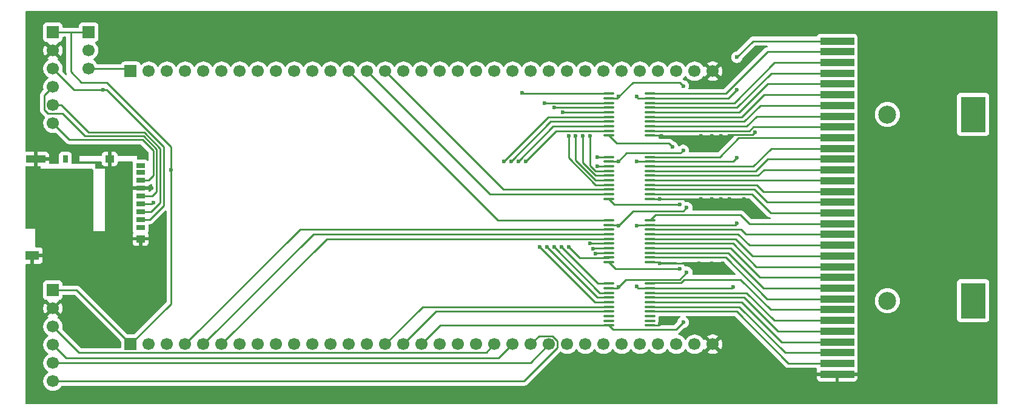
<source format=gbr>
%TF.GenerationSoftware,KiCad,Pcbnew,9.0.1*%
%TF.CreationDate,2025-04-05T14:03:06-06:00*%
%TF.ProjectId,GBDump,47424475-6d70-42e6-9b69-6361645f7063,rev?*%
%TF.SameCoordinates,Original*%
%TF.FileFunction,Copper,L1,Top*%
%TF.FilePolarity,Positive*%
%FSLAX46Y46*%
G04 Gerber Fmt 4.6, Leading zero omitted, Abs format (unit mm)*
G04 Created by KiCad (PCBNEW 9.0.1) date 2025-04-05 14:03:06*
%MOMM*%
%LPD*%
G01*
G04 APERTURE LIST*
G04 Aperture macros list*
%AMRoundRect*
0 Rectangle with rounded corners*
0 $1 Rounding radius*
0 $2 $3 $4 $5 $6 $7 $8 $9 X,Y pos of 4 corners*
0 Add a 4 corners polygon primitive as box body*
4,1,4,$2,$3,$4,$5,$6,$7,$8,$9,$2,$3,0*
0 Add four circle primitives for the rounded corners*
1,1,$1+$1,$2,$3*
1,1,$1+$1,$4,$5*
1,1,$1+$1,$6,$7*
1,1,$1+$1,$8,$9*
0 Add four rect primitives between the rounded corners*
20,1,$1+$1,$2,$3,$4,$5,0*
20,1,$1+$1,$4,$5,$6,$7,0*
20,1,$1+$1,$6,$7,$8,$9,0*
20,1,$1+$1,$8,$9,$2,$3,0*%
G04 Aperture macros list end*
%TA.AperFunction,SMDPad,CuDef*%
%ADD10RoundRect,0.100000X-0.637500X-0.100000X0.637500X-0.100000X0.637500X0.100000X-0.637500X0.100000X0*%
%TD*%
%TA.AperFunction,ComponentPad*%
%ADD11R,1.700000X1.700000*%
%TD*%
%TA.AperFunction,ComponentPad*%
%ADD12C,1.700000*%
%TD*%
%TA.AperFunction,SMDPad,CuDef*%
%ADD13R,3.500000X5.000000*%
%TD*%
%TA.AperFunction,WasherPad*%
%ADD14C,2.500000*%
%TD*%
%TA.AperFunction,SMDPad,CuDef*%
%ADD15R,4.700000X1.000000*%
%TD*%
%TA.AperFunction,SMDPad,CuDef*%
%ADD16R,1.200000X0.700000*%
%TD*%
%TA.AperFunction,SMDPad,CuDef*%
%ADD17R,0.800000X1.000000*%
%TD*%
%TA.AperFunction,SMDPad,CuDef*%
%ADD18R,1.200000X1.000000*%
%TD*%
%TA.AperFunction,SMDPad,CuDef*%
%ADD19R,2.800000X1.000000*%
%TD*%
%TA.AperFunction,SMDPad,CuDef*%
%ADD20R,1.900000X1.300000*%
%TD*%
%TA.AperFunction,ViaPad*%
%ADD21C,0.600000*%
%TD*%
%TA.AperFunction,Conductor*%
%ADD22C,0.254000*%
%TD*%
G04 APERTURE END LIST*
D10*
%TO.P,U3,1,A1*%
%TO.N,AD4*%
X170637500Y-82408333D03*
%TO.P,U3,2,V_{CCA}*%
%TO.N,+3.3V*%
X170637500Y-83058333D03*
%TO.P,U3,3,A2*%
%TO.N,AD5*%
X170637500Y-83708333D03*
%TO.P,U3,4,A3*%
%TO.N,AD6*%
X170637500Y-84358333D03*
%TO.P,U3,5,A4*%
%TO.N,AD7*%
X170637500Y-85008333D03*
%TO.P,U3,6,A5*%
%TO.N,AD8*%
X170637500Y-85658333D03*
%TO.P,U3,7,A6*%
%TO.N,AD9*%
X170637500Y-86308333D03*
%TO.P,U3,8,A7*%
%TO.N,AD10*%
X170637500Y-86958333D03*
%TO.P,U3,9,A8*%
%TO.N,AD11*%
X170637500Y-87608333D03*
%TO.P,U3,10,OE*%
%TO.N,SHIFT_EN*%
X170637500Y-88258333D03*
%TO.P,U3,11,GND*%
%TO.N,GND*%
X176362500Y-88258333D03*
%TO.P,U3,12,B8*%
%TO.N,Net-(U3-B8)*%
X176362500Y-87608333D03*
%TO.P,U3,13,B7*%
%TO.N,Net-(U3-B7)*%
X176362500Y-86958333D03*
%TO.P,U3,14,B6*%
%TO.N,Net-(U3-B6)*%
X176362500Y-86308333D03*
%TO.P,U3,15,B5*%
%TO.N,Net-(U3-B5)*%
X176362500Y-85658333D03*
%TO.P,U3,16,B4*%
%TO.N,Net-(U3-B4)*%
X176362500Y-85008333D03*
%TO.P,U3,17,B3*%
%TO.N,Net-(U3-B3)*%
X176362500Y-84358333D03*
%TO.P,U3,18,B2*%
%TO.N,Net-(U3-B2)*%
X176362500Y-83708333D03*
%TO.P,U3,19,V_{CCB}*%
%TO.N,V_CART*%
X176362500Y-83058333D03*
%TO.P,U3,20,B1*%
%TO.N,Net-(U3-B1)*%
X176362500Y-82408333D03*
%TD*%
D11*
%TO.P,J3,1,Pin_1*%
%TO.N,+3.3V*%
X93000000Y-65000000D03*
D12*
%TO.P,J3,2,Pin_2*%
%TO.N,GND*%
X93000000Y-67540000D03*
%TO.P,J3,3,Pin_3*%
%TO.N,SPI2_NSS*%
X93000000Y-70080000D03*
%TO.P,J3,4,Pin_4*%
%TO.N,SPI2_SCK*%
X93000000Y-72620000D03*
%TO.P,J3,5,Pin_5*%
%TO.N,SPI2_MOSI*%
X93000000Y-75160000D03*
%TO.P,J3,6,Pin_6*%
%TO.N,SPI2_MISO*%
X93000000Y-77700000D03*
%TD*%
D10*
%TO.P,U2,1,A1*%
%TO.N,CART_CLK*%
X170637500Y-73575000D03*
%TO.P,U2,2,V_{CCA}*%
%TO.N,+3.3V*%
X170637500Y-74225000D03*
%TO.P,U2,3,A2*%
%TO.N,CART_WR*%
X170637500Y-74875000D03*
%TO.P,U2,4,A3*%
%TO.N,CART_RD*%
X170637500Y-75525000D03*
%TO.P,U2,5,A4*%
%TO.N,CART_CS*%
X170637500Y-76175000D03*
%TO.P,U2,6,A5*%
%TO.N,AD0*%
X170637500Y-76825000D03*
%TO.P,U2,7,A6*%
%TO.N,AD1*%
X170637500Y-77475000D03*
%TO.P,U2,8,A7*%
%TO.N,AD2*%
X170637500Y-78125000D03*
%TO.P,U2,9,A8*%
%TO.N,AD3*%
X170637500Y-78775000D03*
%TO.P,U2,10,OE*%
%TO.N,SHIFT_EN*%
X170637500Y-79425000D03*
%TO.P,U2,11,GND*%
%TO.N,GND*%
X176362500Y-79425000D03*
%TO.P,U2,12,B8*%
%TO.N,Net-(U2-B8)*%
X176362500Y-78775000D03*
%TO.P,U2,13,B7*%
%TO.N,Net-(U2-B7)*%
X176362500Y-78125000D03*
%TO.P,U2,14,B6*%
%TO.N,Net-(U2-B6)*%
X176362500Y-77475000D03*
%TO.P,U2,15,B5*%
%TO.N,Net-(U2-B5)*%
X176362500Y-76825000D03*
%TO.P,U2,16,B4*%
%TO.N,Net-(U2-B4)*%
X176362500Y-76175000D03*
%TO.P,U2,17,B3*%
%TO.N,Net-(U2-B3)*%
X176362500Y-75525000D03*
%TO.P,U2,18,B2*%
%TO.N,Net-(U2-B2)*%
X176362500Y-74875000D03*
%TO.P,U2,19,V_{CCB}*%
%TO.N,V_CART*%
X176362500Y-74225000D03*
%TO.P,U2,20,B1*%
%TO.N,Net-(U2-B1)*%
X176362500Y-73575000D03*
%TD*%
D11*
%TO.P,U1,1,3V*%
%TO.N,+3.3V*%
X103860000Y-108550000D03*
D12*
%TO.P,U1,2,GND*%
%TO.N,unconnected-(U1-GND-Pad2)*%
X106400000Y-108550000D03*
%TO.P,U1,3,VBAT*%
%TO.N,unconnected-(U1-VBAT-Pad3)*%
X108940000Y-108550000D03*
%TO.P,U1,4,PC13*%
%TO.N,AD13*%
X111480000Y-108550000D03*
%TO.P,U1,5,PC14*%
%TO.N,AD14*%
X114020000Y-108550000D03*
%TO.P,U1,6,PC15*%
%TO.N,AD15*%
X116560000Y-108550000D03*
%TO.P,U1,7,PF0*%
%TO.N,unconnected-(U1-PF0-Pad7)*%
X119100000Y-108550000D03*
%TO.P,U1,8,PF1*%
%TO.N,unconnected-(U1-PF1-Pad8)*%
X121640000Y-108550000D03*
%TO.P,U1,9,GND*%
%TO.N,unconnected-(U1-GND-Pad9)*%
X124180000Y-108550000D03*
%TO.P,U1,10,NRST*%
%TO.N,unconnected-(U1-NRST-Pad10)*%
X126720000Y-108550000D03*
%TO.P,U1,11,PC0*%
%TO.N,AD0*%
X129260000Y-108550000D03*
%TO.P,U1,12,PC1*%
%TO.N,AD1*%
X131800000Y-108550000D03*
%TO.P,U1,13,PC2*%
%TO.N,AD2*%
X134340000Y-108550000D03*
%TO.P,U1,14,PC3*%
%TO.N,AD3*%
X136880000Y-108550000D03*
%TO.P,U1,15,PA0*%
%TO.N,CART_RST*%
X139420000Y-108550000D03*
%TO.P,U1,16,PA1*%
%TO.N,CART_SND*%
X141960000Y-108550000D03*
%TO.P,U1,17,PA2*%
%TO.N,SHIFT_EN*%
X144500000Y-108550000D03*
%TO.P,U1,18,PA3*%
%TO.N,unconnected-(U1-PA3-Pad18)*%
X147040000Y-108550000D03*
%TO.P,U1,19,GND*%
%TO.N,unconnected-(U1-GND-Pad19)*%
X149580000Y-108550000D03*
%TO.P,U1,20,VDD*%
%TO.N,unconnected-(U1-VDD-Pad20)*%
X152120000Y-108550000D03*
%TO.P,U1,21,PA4*%
%TO.N,SPI1_NSS*%
X154660000Y-108550000D03*
%TO.P,U1,22,PA5*%
%TO.N,SPI1_SCK*%
X157200000Y-108550000D03*
%TO.P,U1,23,PA6*%
%TO.N,SPI1_MISO*%
X159740000Y-108550000D03*
%TO.P,U1,24,PA7*%
%TO.N,SPI1_MOSI*%
X162280000Y-108550000D03*
%TO.P,U1,25,PC4*%
%TO.N,AD4*%
X164820000Y-108550000D03*
%TO.P,U1,26,PC5*%
%TO.N,AD5*%
X167360000Y-108550000D03*
%TO.P,U1,27,PB0*%
%TO.N,AD16*%
X169900000Y-108550000D03*
%TO.P,U1,28,PB1*%
%TO.N,AD17*%
X172440000Y-108550000D03*
%TO.P,U1,29,PB2*%
%TO.N,AD18*%
X174980000Y-108550000D03*
%TO.P,U1,30,PB10*%
%TO.N,CART_RD*%
X177520000Y-108550000D03*
%TO.P,U1,31,PB11*%
%TO.N,CART_CS*%
X180060000Y-108550000D03*
%TO.P,U1,32,PB12*%
%TO.N,SPI2_NSS*%
X182600000Y-108550000D03*
%TO.P,U1,33,GND*%
%TO.N,GND*%
X185140000Y-108550000D03*
D11*
%TO.P,U1,34,5V*%
%TO.N,+5V*%
X103860000Y-70450000D03*
D12*
%TO.P,U1,35,GND*%
%TO.N,unconnected-(U1-GND-Pad35)*%
X106400000Y-70450000D03*
%TO.P,U1,36,PB9*%
%TO.N,CART_WR*%
X108940000Y-70450000D03*
%TO.P,U1,37,PB8*%
%TO.N,CART_CLK*%
X111480000Y-70450000D03*
%TO.P,U1,38,VDD*%
%TO.N,unconnected-(U1-VDD-Pad38)*%
X114020000Y-70450000D03*
%TO.P,U1,39,BOOT0*%
%TO.N,unconnected-(U1-BOOT0-Pad39)*%
X116560000Y-70450000D03*
%TO.P,U1,40,PB7*%
%TO.N,AD23*%
X119100000Y-70450000D03*
%TO.P,U1,41,PB6*%
%TO.N,AD22*%
X121640000Y-70450000D03*
%TO.P,U1,42,PB5*%
%TO.N,AD21*%
X124180000Y-70450000D03*
%TO.P,U1,43,PB4*%
%TO.N,AD20*%
X126720000Y-70450000D03*
%TO.P,U1,44,PB3*%
%TO.N,AD19*%
X129260000Y-70450000D03*
%TO.P,U1,45,PD2*%
%TO.N,unconnected-(U1-PD2-Pad45)*%
X131800000Y-70450000D03*
%TO.P,U1,46,PC12*%
%TO.N,AD12*%
X134340000Y-70450000D03*
%TO.P,U1,47,PC11*%
%TO.N,AD11*%
X136880000Y-70450000D03*
%TO.P,U1,48,PC10*%
%TO.N,AD10*%
X139420000Y-70450000D03*
%TO.P,U1,49,PA15*%
%TO.N,unconnected-(U1-PA15-Pad49)*%
X141960000Y-70450000D03*
%TO.P,U1,50,PA14*%
%TO.N,unconnected-(U1-PA14-Pad50)*%
X144500000Y-70450000D03*
%TO.P,U1,51,VDDIO2*%
%TO.N,unconnected-(U1-VDDIO2-Pad51)*%
X147040000Y-70450000D03*
%TO.P,U1,52,VDDA*%
%TO.N,unconnected-(U1-VDDA-Pad52)*%
X149580000Y-70450000D03*
%TO.P,U1,53,PA13*%
%TO.N,unconnected-(U1-PA13-Pad53)*%
X152120000Y-70450000D03*
%TO.P,U1,54,PA12*%
%TO.N,unconnected-(U1-PA12-Pad54)*%
X154660000Y-70450000D03*
%TO.P,U1,55,PA11*%
%TO.N,unconnected-(U1-PA11-Pad55)*%
X157200000Y-70450000D03*
%TO.P,U1,56,PA10*%
%TO.N,unconnected-(U1-PA10-Pad56)*%
X159740000Y-70450000D03*
%TO.P,U1,57,PA9*%
%TO.N,unconnected-(U1-PA9-Pad57)*%
X162280000Y-70450000D03*
%TO.P,U1,58,PA8*%
%TO.N,unconnected-(U1-PA8-Pad58)*%
X164820000Y-70450000D03*
%TO.P,U1,59,PC9*%
%TO.N,AD9*%
X167360000Y-70450000D03*
%TO.P,U1,60,PC8*%
%TO.N,AD8*%
X169900000Y-70450000D03*
%TO.P,U1,61,PC7*%
%TO.N,AD7*%
X172440000Y-70450000D03*
%TO.P,U1,62,PC6*%
%TO.N,AD6*%
X174980000Y-70450000D03*
%TO.P,U1,63,PB15*%
%TO.N,SPI2_MOSI*%
X177520000Y-70450000D03*
%TO.P,U1,64,PB14*%
%TO.N,SPI2_MISO*%
X180060000Y-70450000D03*
%TO.P,U1,65,PB13*%
%TO.N,SPI2_SCK*%
X182600000Y-70450000D03*
%TO.P,U1,66,GND*%
%TO.N,GND*%
X185140000Y-70450000D03*
%TD*%
D13*
%TO.P,U5,*%
%TO.N,*%
X221500000Y-76475000D03*
D14*
X209500000Y-76475000D03*
D13*
X221500000Y-102475000D03*
D14*
X209500000Y-102475000D03*
D15*
%TO.P,U5,1,VCC*%
%TO.N,V_CART*%
X202500000Y-66225000D03*
%TO.P,U5,2,CLK~{}*%
%TO.N,Net-(U2-B1)*%
X202500000Y-67725000D03*
%TO.P,U5,3,WR*%
%TO.N,Net-(U2-B2)*%
X202500000Y-69225000D03*
%TO.P,U5,4,RD*%
%TO.N,Net-(U2-B3)*%
X202500000Y-70725000D03*
%TO.P,U5,5,CS*%
%TO.N,Net-(U2-B4)*%
X202500000Y-72225000D03*
%TO.P,U5,6,A0*%
%TO.N,Net-(U2-B5)*%
X202500000Y-73725000D03*
%TO.P,U5,7,A1*%
%TO.N,Net-(U2-B6)*%
X202500000Y-75225000D03*
%TO.P,U5,8,A2*%
%TO.N,Net-(U2-B7)*%
X202500000Y-76725000D03*
%TO.P,U5,9,A3*%
%TO.N,Net-(U2-B8)*%
X202500000Y-78225000D03*
%TO.P,U5,10,A4*%
%TO.N,Net-(U3-B1)*%
X202500000Y-79725000D03*
%TO.P,U5,11,A5*%
%TO.N,Net-(U3-B2)*%
X202500000Y-81225000D03*
%TO.P,U5,12,A6*%
%TO.N,Net-(U3-B3)*%
X202500000Y-82725000D03*
%TO.P,U5,13,A7*%
%TO.N,Net-(U3-B4)*%
X202500000Y-84225000D03*
%TO.P,U5,14,A8*%
%TO.N,Net-(U3-B5)*%
X202500000Y-85725000D03*
%TO.P,U5,15,A9*%
%TO.N,Net-(U3-B6)*%
X202500000Y-87225000D03*
%TO.P,U5,16,A10*%
%TO.N,Net-(U3-B7)*%
X202500000Y-88725000D03*
%TO.P,U5,17,A11*%
%TO.N,Net-(U3-B8)*%
X202500000Y-90225000D03*
%TO.P,U5,18,A12*%
%TO.N,Net-(U4-B1)*%
X202500000Y-91725000D03*
%TO.P,U5,19,A13*%
%TO.N,Net-(U4-B2)*%
X202500000Y-93225000D03*
%TO.P,U5,20,A14*%
%TO.N,Net-(U4-B3)*%
X202500000Y-94725000D03*
%TO.P,U5,21,A15*%
%TO.N,Net-(U4-B4)*%
X202500000Y-96225000D03*
%TO.P,U5,22,D0*%
%TO.N,Net-(U4-B5)*%
X202500000Y-97725000D03*
%TO.P,U5,23,D1*%
%TO.N,Net-(U4-B6)*%
X202500000Y-99225000D03*
%TO.P,U5,24,D2*%
%TO.N,Net-(U4-B7)*%
X202500000Y-100725000D03*
%TO.P,U5,25,D3*%
%TO.N,Net-(U4-B8)*%
X202500000Y-102225000D03*
%TO.P,U5,26,D4*%
%TO.N,Net-(U5-D4)*%
X202500000Y-103725000D03*
%TO.P,U5,27,D5*%
%TO.N,Net-(U5-D5)*%
X202500000Y-105225000D03*
%TO.P,U5,28,D6*%
%TO.N,Net-(U5-D6)*%
X202500000Y-106725000D03*
%TO.P,U5,29,D7*%
%TO.N,Net-(U5-D7)*%
X202500000Y-108225000D03*
%TO.P,U5,30,RST*%
%TO.N,Net-(U5-RST)*%
X202500000Y-109725000D03*
%TO.P,U5,31,SND*%
%TO.N,Net-(U5-SND)*%
X202500000Y-111225000D03*
%TO.P,U5,32,GND*%
%TO.N,GND*%
X202500000Y-112725000D03*
%TD*%
D11*
%TO.P,JP1,1,A*%
%TO.N,+3.3V*%
X98000000Y-65000000D03*
D12*
%TO.P,JP1,2,C*%
%TO.N,V_CART*%
X98000000Y-67540000D03*
%TO.P,JP1,3,B*%
%TO.N,+5V*%
X98000000Y-70080000D03*
%TD*%
D16*
%TO.P,J2,1,DAT2*%
%TO.N,unconnected-(J2-DAT2-Pad1)*%
X105225000Y-92275000D03*
%TO.P,J2,2,DAT3/CD*%
%TO.N,SPI2_NSS*%
X105225000Y-91175000D03*
%TO.P,J2,3,CMD*%
%TO.N,SPI2_MOSI*%
X105225000Y-90075000D03*
%TO.P,J2,4,VDD*%
%TO.N,+3.3V*%
X105225000Y-88975000D03*
%TO.P,J2,5,CLK*%
%TO.N,SPI2_SCK*%
X105225000Y-87875000D03*
%TO.P,J2,6,VSS*%
%TO.N,GND*%
X105225000Y-86775000D03*
%TO.P,J2,7,DAT0*%
%TO.N,SPI2_MISO*%
X105225000Y-85675000D03*
%TO.P,J2,8,DAT1*%
%TO.N,unconnected-(J2-DAT1-Pad8)*%
X105225000Y-84575000D03*
%TO.P,J2,9,DET_B*%
%TO.N,unconnected-(J2-DET_B-Pad9)*%
X105225000Y-83625000D03*
D17*
%TO.P,J2,10,DET_A*%
%TO.N,unconnected-(J2-DET_A-Pad10)*%
X94725000Y-82675000D03*
D18*
%TO.P,J2,11,SHIELD*%
%TO.N,GND*%
X100925000Y-82675000D03*
D19*
X90575000Y-82675000D03*
D18*
X105225000Y-93825000D03*
D20*
X90125000Y-96175000D03*
%TD*%
D10*
%TO.P,U6,1,A1*%
%TO.N,AD20*%
X170637500Y-100075000D03*
%TO.P,U6,2,V_{CCA}*%
%TO.N,+3.3V*%
X170637500Y-100725000D03*
%TO.P,U6,3,A2*%
%TO.N,AD21*%
X170637500Y-101375000D03*
%TO.P,U6,4,A3*%
%TO.N,AD22*%
X170637500Y-102025000D03*
%TO.P,U6,5,A4*%
%TO.N,AD23*%
X170637500Y-102675000D03*
%TO.P,U6,6,A5*%
%TO.N,CART_RST*%
X170637500Y-103325000D03*
%TO.P,U6,7,A6*%
%TO.N,CART_SND*%
X170637500Y-103975000D03*
%TO.P,U6,8,A7*%
%TO.N,unconnected-(U6-A7-Pad8)*%
X170637500Y-104625000D03*
%TO.P,U6,9,A8*%
%TO.N,unconnected-(U6-A8-Pad9)*%
X170637500Y-105275000D03*
%TO.P,U6,10,OE*%
%TO.N,SHIFT_EN*%
X170637500Y-105925000D03*
%TO.P,U6,11,GND*%
%TO.N,GND*%
X176362500Y-105925000D03*
%TO.P,U6,12,B8*%
%TO.N,unconnected-(U6-B8-Pad12)*%
X176362500Y-105275000D03*
%TO.P,U6,13,B7*%
%TO.N,unconnected-(U6-B7-Pad13)*%
X176362500Y-104625000D03*
%TO.P,U6,14,B6*%
%TO.N,Net-(U5-SND)*%
X176362500Y-103975000D03*
%TO.P,U6,15,B5*%
%TO.N,Net-(U5-RST)*%
X176362500Y-103325000D03*
%TO.P,U6,16,B4*%
%TO.N,Net-(U5-D7)*%
X176362500Y-102675000D03*
%TO.P,U6,17,B3*%
%TO.N,Net-(U5-D6)*%
X176362500Y-102025000D03*
%TO.P,U6,18,B2*%
%TO.N,Net-(U5-D5)*%
X176362500Y-101375000D03*
%TO.P,U6,19,V_{CCB}*%
%TO.N,V_CART*%
X176362500Y-100725000D03*
%TO.P,U6,20,B1*%
%TO.N,Net-(U5-D4)*%
X176362500Y-100075000D03*
%TD*%
%TO.P,U4,1,A1*%
%TO.N,AD12*%
X170637500Y-91241667D03*
%TO.P,U4,2,V_{CCA}*%
%TO.N,+3.3V*%
X170637500Y-91891667D03*
%TO.P,U4,3,A2*%
%TO.N,AD13*%
X170637500Y-92541667D03*
%TO.P,U4,4,A3*%
%TO.N,AD14*%
X170637500Y-93191667D03*
%TO.P,U4,5,A4*%
%TO.N,AD15*%
X170637500Y-93841667D03*
%TO.P,U4,6,A5*%
%TO.N,AD16*%
X170637500Y-94491667D03*
%TO.P,U4,7,A6*%
%TO.N,AD17*%
X170637500Y-95141667D03*
%TO.P,U4,8,A7*%
%TO.N,AD18*%
X170637500Y-95791667D03*
%TO.P,U4,9,A8*%
%TO.N,AD19*%
X170637500Y-96441667D03*
%TO.P,U4,10,OE*%
%TO.N,SHIFT_EN*%
X170637500Y-97091667D03*
%TO.P,U4,11,GND*%
%TO.N,GND*%
X176362500Y-97091667D03*
%TO.P,U4,12,B8*%
%TO.N,Net-(U4-B8)*%
X176362500Y-96441667D03*
%TO.P,U4,13,B7*%
%TO.N,Net-(U4-B7)*%
X176362500Y-95791667D03*
%TO.P,U4,14,B6*%
%TO.N,Net-(U4-B6)*%
X176362500Y-95141667D03*
%TO.P,U4,15,B5*%
%TO.N,Net-(U4-B5)*%
X176362500Y-94491667D03*
%TO.P,U4,16,B4*%
%TO.N,Net-(U4-B4)*%
X176362500Y-93841667D03*
%TO.P,U4,17,B3*%
%TO.N,Net-(U4-B3)*%
X176362500Y-93191667D03*
%TO.P,U4,18,B2*%
%TO.N,Net-(U4-B2)*%
X176362500Y-92541667D03*
%TO.P,U4,19,V_{CCB}*%
%TO.N,V_CART*%
X176362500Y-91891667D03*
%TO.P,U4,20,B1*%
%TO.N,Net-(U4-B1)*%
X176362500Y-91241667D03*
%TD*%
D11*
%TO.P,J1,1,Pin_1*%
%TO.N,+3.3V*%
X93000000Y-101000000D03*
D12*
%TO.P,J1,2,Pin_2*%
%TO.N,GND*%
X93000000Y-103540000D03*
%TO.P,J1,3,Pin_3*%
%TO.N,SPI1_NSS*%
X93000000Y-106080000D03*
%TO.P,J1,4,Pin_4*%
%TO.N,SPI1_SCK*%
X93000000Y-108620000D03*
%TO.P,J1,5,Pin_5*%
%TO.N,SPI1_MOSI*%
X93000000Y-111160000D03*
%TO.P,J1,6,Pin_6*%
%TO.N,SPI1_MISO*%
X93000000Y-113700000D03*
%TD*%
D21*
%TO.N,GND*%
X178000000Y-79500000D03*
X186250000Y-88250000D03*
X97750000Y-106750000D03*
X107750000Y-101750000D03*
X107750000Y-102750000D03*
X185000000Y-79500000D03*
X97750000Y-105750000D03*
X185000000Y-88250000D03*
X186250000Y-79500000D03*
X183500000Y-88250000D03*
X187500000Y-79500000D03*
X190500000Y-89000000D03*
X106750000Y-101750000D03*
X183500000Y-79500000D03*
X177750000Y-97250000D03*
X189500000Y-88250000D03*
X98750000Y-106750000D03*
X106750000Y-102750000D03*
X187500000Y-88250000D03*
X108000000Y-91250000D03*
X177750000Y-105750000D03*
X98750000Y-105750000D03*
X186500000Y-97250000D03*
X106750000Y-86750000D03*
X185000000Y-97250000D03*
X191000000Y-79000000D03*
X177750000Y-88250000D03*
X183250000Y-97250000D03*
%TO.N,+3.3V*%
X172000000Y-74000000D03*
X181500000Y-98500000D03*
X172000000Y-83000000D03*
X181000000Y-72500000D03*
X109500000Y-84250000D03*
X181500000Y-89500000D03*
X172000000Y-92000000D03*
X107000000Y-88750000D03*
X171975000Y-100525000D03*
X181000000Y-81500000D03*
%TO.N,V_CART*%
X188500000Y-82500000D03*
X174500000Y-92000000D03*
X174500000Y-83000000D03*
X174500000Y-74000000D03*
X174500000Y-100500000D03*
X188000000Y-100530000D03*
X188500000Y-68500000D03*
X188500000Y-91696667D03*
X188500000Y-73000000D03*
%TO.N,SPI2_NSS*%
X100000000Y-73000000D03*
%TO.N,SHIFT_EN*%
X181000000Y-105500000D03*
X180500000Y-98000000D03*
X179500000Y-81000000D03*
X180500000Y-89000000D03*
%TO.N,CART_CS*%
X164175000Y-76175000D03*
%TO.N,AD18*%
X168768289Y-95903412D03*
%TO.N,CART_WR*%
X161625000Y-74875000D03*
%TO.N,AD5*%
X169000000Y-83708333D03*
%TO.N,AD2*%
X158000000Y-83000000D03*
%TO.N,AD23*%
X161000000Y-95000000D03*
%TO.N,AD0*%
X156000000Y-83000000D03*
%TO.N,CART_RD*%
X163025000Y-75525000D03*
%TO.N,AD4*%
X169000000Y-82408333D03*
%TO.N,AD19*%
X165000000Y-95000000D03*
%TO.N,AD17*%
X168390055Y-95198471D03*
%TO.N,AD7*%
X167000000Y-79500000D03*
%TO.N,AD20*%
X164000000Y-95000000D03*
%TO.N,AD9*%
X165000000Y-79500000D03*
%TO.N,CART_CLK*%
X158500000Y-73500000D03*
%TO.N,AD3*%
X159000000Y-83000000D03*
%TO.N,AD22*%
X162000000Y-95000000D03*
%TO.N,AD21*%
X163000000Y-95000000D03*
%TO.N,AD16*%
X168000000Y-94500000D03*
%TO.N,AD1*%
X157000000Y-83000000D03*
%TO.N,AD8*%
X166000000Y-79500000D03*
%TO.N,AD6*%
X168000000Y-79500000D03*
%TD*%
D22*
%TO.N,GND*%
X185000000Y-97250000D02*
X186500000Y-97250000D01*
X190730000Y-79270000D02*
X191000000Y-79000000D01*
X183500000Y-88250000D02*
X185000000Y-88250000D01*
X176362500Y-105925000D02*
X177575000Y-105925000D01*
X176362500Y-88258333D02*
X177741667Y-88258333D01*
X187500000Y-88250000D02*
X189500000Y-88250000D01*
X177925000Y-79425000D02*
X178000000Y-79500000D01*
X178000000Y-79500000D02*
X183500000Y-79500000D01*
X187500000Y-79500000D02*
X187730000Y-79270000D01*
X185000000Y-79500000D02*
X186250000Y-79500000D01*
X177741667Y-88258333D02*
X177750000Y-88250000D01*
X189500000Y-88250000D02*
X189750000Y-88250000D01*
X187730000Y-79270000D02*
X190730000Y-79270000D01*
X177575000Y-105925000D02*
X177750000Y-105750000D01*
X186250000Y-88250000D02*
X187500000Y-88250000D01*
X177591667Y-97091667D02*
X177750000Y-97250000D01*
X189750000Y-88250000D02*
X190500000Y-89000000D01*
X183250000Y-97250000D02*
X185000000Y-97250000D01*
X183500000Y-79500000D02*
X185000000Y-79500000D01*
X177750000Y-88250000D02*
X183500000Y-88250000D01*
X177750000Y-97250000D02*
X183250000Y-97250000D01*
X185000000Y-88250000D02*
X186250000Y-88250000D01*
X176362500Y-97091667D02*
X177591667Y-97091667D01*
X186250000Y-79500000D02*
X187500000Y-79500000D01*
X176362500Y-79425000D02*
X177925000Y-79425000D01*
%TO.N,+3.3V*%
X181000000Y-90000000D02*
X181500000Y-89500000D01*
X171975000Y-100525000D02*
X173000000Y-99500000D01*
X174000000Y-72000000D02*
X180500000Y-72000000D01*
X172000000Y-83000000D02*
X173119667Y-81880333D01*
X105225000Y-88975000D02*
X106775000Y-88975000D01*
X109500000Y-84250000D02*
X109500000Y-102910000D01*
X170637500Y-100725000D02*
X171775000Y-100725000D01*
X180500000Y-99500000D02*
X181500000Y-98500000D01*
X170637500Y-83058333D02*
X171941667Y-83058333D01*
X174000000Y-90000000D02*
X181000000Y-90000000D01*
X180619667Y-81880333D02*
X181000000Y-81500000D01*
X97000000Y-72000000D02*
X100500000Y-72000000D01*
X170637500Y-91891667D02*
X171891667Y-91891667D01*
X171775000Y-100725000D02*
X171975000Y-100525000D01*
X95500000Y-70500000D02*
X97000000Y-72000000D01*
X95500000Y-65000000D02*
X95500000Y-70500000D01*
X172000000Y-74000000D02*
X174000000Y-72000000D01*
X171775000Y-74225000D02*
X172000000Y-74000000D01*
X171891667Y-91891667D02*
X172000000Y-92000000D01*
X98000000Y-65000000D02*
X95500000Y-65000000D01*
X93000000Y-65000000D02*
X95500000Y-65000000D01*
X93000000Y-101000000D02*
X96310000Y-101000000D01*
X170637500Y-74225000D02*
X171775000Y-74225000D01*
X109500000Y-81000000D02*
X109500000Y-84250000D01*
X172000000Y-92000000D02*
X174000000Y-90000000D01*
X106775000Y-88975000D02*
X107000000Y-88750000D01*
X171941667Y-83058333D02*
X172000000Y-83000000D01*
X96310000Y-101000000D02*
X103860000Y-108550000D01*
X180500000Y-72000000D02*
X181000000Y-72500000D01*
X100500000Y-72000000D02*
X109500000Y-81000000D01*
X173000000Y-99500000D02*
X180500000Y-99500000D01*
X109500000Y-102910000D02*
X103860000Y-108550000D01*
X173119667Y-81880333D02*
X180619667Y-81880333D01*
%TO.N,V_CART*%
X176362500Y-91891667D02*
X188305000Y-91891667D01*
X174725000Y-74225000D02*
X174500000Y-74000000D01*
X174558333Y-83058333D02*
X174500000Y-83000000D01*
X176362500Y-83058333D02*
X174558333Y-83058333D01*
X187805000Y-100725000D02*
X188000000Y-100530000D01*
X174608333Y-91891667D02*
X174500000Y-92000000D01*
X176362500Y-91891667D02*
X174608333Y-91891667D01*
X188500000Y-68500000D02*
X190775000Y-66225000D01*
X190775000Y-66225000D02*
X202500000Y-66225000D01*
X187275000Y-74225000D02*
X188500000Y-73000000D01*
X176362500Y-74225000D02*
X187275000Y-74225000D01*
X176362500Y-100725000D02*
X187805000Y-100725000D01*
X176362500Y-74225000D02*
X174725000Y-74225000D01*
X176362500Y-100725000D02*
X174725000Y-100725000D01*
X176362500Y-83058333D02*
X187941667Y-83058333D01*
X187941667Y-83058333D02*
X188500000Y-82500000D01*
X174725000Y-100725000D02*
X174500000Y-100500000D01*
X188305000Y-91891667D02*
X188500000Y-91696667D01*
%TO.N,+5V*%
X98000000Y-70080000D02*
X103490000Y-70080000D01*
X103490000Y-70080000D02*
X103860000Y-70450000D01*
%TO.N,SPI2_NSS*%
X100000000Y-73000000D02*
X95920000Y-73000000D01*
X108500000Y-89175000D02*
X106500000Y-91175000D01*
X100500000Y-73000000D02*
X108500000Y-81000000D01*
X95920000Y-73000000D02*
X93000000Y-70080000D01*
X106500000Y-91175000D02*
X105225000Y-91175000D01*
X100000000Y-73000000D02*
X100500000Y-73000000D01*
X108500000Y-81000000D02*
X108500000Y-89175000D01*
%TO.N,SPI2_SCK*%
X91822000Y-75822000D02*
X91822000Y-73798000D01*
X92338000Y-76338000D02*
X91822000Y-75822000D01*
X107500000Y-87250000D02*
X107500000Y-81356533D01*
X97500000Y-79500000D02*
X94338000Y-76338000D01*
X106875000Y-87875000D02*
X107500000Y-87250000D01*
X107500000Y-81356533D02*
X105643467Y-79500000D01*
X105225000Y-87875000D02*
X106875000Y-87875000D01*
X94338000Y-76338000D02*
X92338000Y-76338000D01*
X105643467Y-79500000D02*
X97500000Y-79500000D01*
X91822000Y-73798000D02*
X93000000Y-72620000D01*
%TO.N,SPI2_MOSI*%
X106675000Y-90075000D02*
X105225000Y-90075000D01*
X93000000Y-75160000D02*
X94160000Y-75160000D01*
X98000000Y-79000000D02*
X105786935Y-79000000D01*
X105786935Y-79000000D02*
X108000000Y-81213065D01*
X94160000Y-75160000D02*
X98000000Y-79000000D01*
X108000000Y-81213065D02*
X108000000Y-88750000D01*
X108000000Y-88750000D02*
X106675000Y-90075000D01*
%TO.N,SPI2_MISO*%
X95300000Y-80000000D02*
X93000000Y-77700000D01*
X106325000Y-85675000D02*
X107000000Y-85000000D01*
X107000000Y-81500000D02*
X105500000Y-80000000D01*
X105225000Y-85675000D02*
X106325000Y-85675000D01*
X105500000Y-80000000D02*
X95300000Y-80000000D01*
X107000000Y-85000000D02*
X107000000Y-81500000D01*
%TO.N,SHIFT_EN*%
X179000000Y-80500000D02*
X179500000Y-81000000D01*
X171379167Y-89000000D02*
X170637500Y-88258333D01*
X170637500Y-79425000D02*
X171712500Y-80500000D01*
X147125000Y-105925000D02*
X170637500Y-105925000D01*
X171212500Y-106500000D02*
X180000000Y-106500000D01*
X170637500Y-105925000D02*
X171212500Y-106500000D01*
X180500000Y-98000000D02*
X171545833Y-98000000D01*
X180500000Y-89000000D02*
X171379167Y-89000000D01*
X144500000Y-108550000D02*
X147125000Y-105925000D01*
X171545833Y-98000000D02*
X170637500Y-97091667D01*
X171712500Y-80500000D02*
X179000000Y-80500000D01*
X180000000Y-106500000D02*
X181000000Y-105500000D01*
%TO.N,AD12*%
X170637500Y-91241667D02*
X155131667Y-91241667D01*
X155131667Y-91241667D02*
X134340000Y-70450000D01*
%TO.N,CART_CS*%
X170637500Y-76175000D02*
X164175000Y-76175000D01*
%TO.N,AD10*%
X155928333Y-86958333D02*
X139420000Y-70450000D01*
X170637500Y-86958333D02*
X155928333Y-86958333D01*
%TO.N,AD18*%
X168880034Y-95791667D02*
X170637500Y-95791667D01*
X168768289Y-95903412D02*
X168880034Y-95791667D01*
%TO.N,CART_WR*%
X170637500Y-74875000D02*
X161625000Y-74875000D01*
%TO.N,AD5*%
X169000000Y-83708333D02*
X170637500Y-83708333D01*
%TO.N,AD15*%
X170637500Y-93841667D02*
X131268333Y-93841667D01*
X131268333Y-93841667D02*
X116560000Y-108550000D01*
%TO.N,AD2*%
X170637500Y-78125000D02*
X162875000Y-78125000D01*
X162875000Y-78125000D02*
X158000000Y-83000000D01*
%TO.N,AD23*%
X170637500Y-102675000D02*
X168675000Y-102675000D01*
X168675000Y-102675000D02*
X161000000Y-95000000D01*
%TO.N,SPI1_NSS*%
X93000000Y-106080000D02*
X96648000Y-109728000D01*
X96648000Y-109728000D02*
X153482000Y-109728000D01*
X153482000Y-109728000D02*
X154660000Y-108550000D01*
%TO.N,AD0*%
X162175000Y-76825000D02*
X156000000Y-83000000D01*
X170637500Y-76825000D02*
X162175000Y-76825000D01*
%TO.N,CART_RD*%
X170637500Y-75525000D02*
X163025000Y-75525000D01*
%TO.N,AD4*%
X169000000Y-82408333D02*
X170637500Y-82408333D01*
%TO.N,AD14*%
X170637500Y-93191667D02*
X129378333Y-93191667D01*
X129378333Y-93191667D02*
X114020000Y-108550000D01*
%TO.N,AD19*%
X166531412Y-96531412D02*
X165000000Y-95000000D01*
X170637500Y-96441667D02*
X170547755Y-96531412D01*
X170547755Y-96531412D02*
X166531412Y-96531412D01*
%TO.N,AD17*%
X168390055Y-95198471D02*
X168446859Y-95141667D01*
X168446859Y-95141667D02*
X170637500Y-95141667D01*
%TO.N,CART_RST*%
X144645000Y-103325000D02*
X139420000Y-108550000D01*
X170637500Y-103325000D02*
X144645000Y-103325000D01*
%TO.N,AD13*%
X127488333Y-92541667D02*
X111480000Y-108550000D01*
X170637500Y-92541667D02*
X127488333Y-92541667D01*
%TO.N,SPI1_MOSI*%
X159670000Y-111160000D02*
X162280000Y-108550000D01*
X93000000Y-111160000D02*
X159670000Y-111160000D01*
%TO.N,AD7*%
X167000000Y-79500000D02*
X167000000Y-83239927D01*
X168768406Y-85008333D02*
X170637500Y-85008333D01*
X167000000Y-83239927D02*
X168768406Y-85008333D01*
%TO.N,AD20*%
X170637500Y-100075000D02*
X169075000Y-100075000D01*
X169075000Y-100075000D02*
X164000000Y-95000000D01*
%TO.N,AD9*%
X165000000Y-82526861D02*
X168781472Y-86308333D01*
X165000000Y-79500000D02*
X165000000Y-82526861D01*
X168781472Y-86308333D02*
X170637500Y-86308333D01*
%TO.N,CART_CLK*%
X158575000Y-73575000D02*
X158500000Y-73500000D01*
X170637500Y-73575000D02*
X158575000Y-73575000D01*
%TO.N,SPI1_MISO*%
X162767944Y-107372000D02*
X160918000Y-107372000D01*
X93000000Y-113700000D02*
X158795944Y-113700000D01*
X163458000Y-109037944D02*
X163458000Y-108062056D01*
X163458000Y-108062056D02*
X162767944Y-107372000D01*
X158795944Y-113700000D02*
X163458000Y-109037944D01*
X160918000Y-107372000D02*
X159740000Y-108550000D01*
%TO.N,CART_SND*%
X146535000Y-103975000D02*
X141960000Y-108550000D01*
X170637500Y-103975000D02*
X146535000Y-103975000D01*
%TO.N,AD3*%
X170637500Y-78775000D02*
X163225000Y-78775000D01*
X163225000Y-78775000D02*
X159000000Y-83000000D01*
%TO.N,SPI1_SCK*%
X94880000Y-110500000D02*
X155250000Y-110500000D01*
X93000000Y-108620000D02*
X94880000Y-110500000D01*
X155250000Y-110500000D02*
X157200000Y-108550000D01*
%TO.N,AD11*%
X154038333Y-87608333D02*
X136880000Y-70450000D01*
X170637500Y-87608333D02*
X154038333Y-87608333D01*
%TO.N,AD22*%
X169025000Y-102025000D02*
X162000000Y-95000000D01*
X170637500Y-102025000D02*
X169025000Y-102025000D01*
%TO.N,AD21*%
X169375000Y-101375000D02*
X163000000Y-95000000D01*
X170637500Y-101375000D02*
X169375000Y-101375000D01*
%TO.N,AD16*%
X168000000Y-94500000D02*
X168008333Y-94491667D01*
X168008333Y-94491667D02*
X170637500Y-94491667D01*
%TO.N,AD1*%
X170637500Y-77475000D02*
X162525000Y-77475000D01*
X162525000Y-77475000D02*
X157000000Y-83000000D01*
%TO.N,AD8*%
X166000000Y-79500000D02*
X166000000Y-82883394D01*
X168774939Y-85658333D02*
X170637500Y-85658333D01*
X166000000Y-82883394D02*
X168774939Y-85658333D01*
%TO.N,AD6*%
X168761873Y-84358333D02*
X170637500Y-84358333D01*
X168000000Y-79500000D02*
X168000000Y-83596460D01*
X168000000Y-83596460D02*
X168761873Y-84358333D01*
%TO.N,Net-(U2-B2)*%
X193775000Y-69225000D02*
X202500000Y-69225000D01*
X188125000Y-74875000D02*
X193775000Y-69225000D01*
X176362500Y-74875000D02*
X188125000Y-74875000D01*
%TO.N,Net-(U2-B6)*%
X176362500Y-77475000D02*
X189525000Y-77475000D01*
X189525000Y-77475000D02*
X191775000Y-75225000D01*
X191775000Y-75225000D02*
X202500000Y-75225000D01*
%TO.N,Net-(U2-B1)*%
X192775000Y-67725000D02*
X202500000Y-67725000D01*
X186925000Y-73575000D02*
X192775000Y-67725000D01*
X176362500Y-73575000D02*
X186925000Y-73575000D01*
%TO.N,Net-(U2-B5)*%
X192275000Y-73725000D02*
X202500000Y-73725000D01*
X189175000Y-76825000D02*
X192275000Y-73725000D01*
X176362500Y-76825000D02*
X189175000Y-76825000D01*
%TO.N,Net-(U2-B3)*%
X176362500Y-75525000D02*
X188475000Y-75525000D01*
X193275000Y-70725000D02*
X202500000Y-70725000D01*
X188475000Y-75525000D02*
X193275000Y-70725000D01*
%TO.N,Net-(U2-B7)*%
X191275000Y-76725000D02*
X202500000Y-76725000D01*
X189875000Y-78125000D02*
X191275000Y-76725000D01*
X176362500Y-78125000D02*
X189875000Y-78125000D01*
%TO.N,Net-(U2-B4)*%
X176362500Y-76175000D02*
X188825000Y-76175000D01*
X192775000Y-72225000D02*
X202500000Y-72225000D01*
X188825000Y-76175000D02*
X192775000Y-72225000D01*
%TO.N,Net-(U2-B8)*%
X176362500Y-78775000D02*
X190225000Y-78775000D01*
X190775000Y-78225000D02*
X202500000Y-78225000D01*
X190225000Y-78775000D02*
X190775000Y-78225000D01*
%TO.N,Net-(U3-B7)*%
X192725000Y-88725000D02*
X202500000Y-88725000D01*
X176362500Y-86958333D02*
X190958333Y-86958333D01*
X190958333Y-86958333D02*
X192725000Y-88725000D01*
%TO.N,Net-(U3-B3)*%
X176362500Y-84358333D02*
X191141667Y-84358333D01*
X191141667Y-84358333D02*
X192775000Y-82725000D01*
X192775000Y-82725000D02*
X202500000Y-82725000D01*
%TO.N,Net-(U3-B5)*%
X176362500Y-85658333D02*
X202433333Y-85658333D01*
X202433333Y-85658333D02*
X202500000Y-85725000D01*
%TO.N,Net-(U3-B2)*%
X176362500Y-83708333D02*
X190791667Y-83708333D01*
X190791667Y-83708333D02*
X193275000Y-81225000D01*
X193275000Y-81225000D02*
X202500000Y-81225000D01*
%TO.N,Net-(U3-B8)*%
X190608333Y-87608333D02*
X193225000Y-90225000D01*
X176362500Y-87608333D02*
X190608333Y-87608333D01*
X193225000Y-90225000D02*
X202500000Y-90225000D01*
%TO.N,Net-(U3-B1)*%
X176362500Y-82408333D02*
X186091667Y-82408333D01*
X186091667Y-82408333D02*
X188775000Y-79725000D01*
X188775000Y-79725000D02*
X202500000Y-79725000D01*
%TO.N,Net-(U3-B4)*%
X192275000Y-84225000D02*
X202500000Y-84225000D01*
X176362500Y-85008333D02*
X191491667Y-85008333D01*
X191491667Y-85008333D02*
X192275000Y-84225000D01*
%TO.N,Net-(U3-B6)*%
X191308333Y-86308333D02*
X192225000Y-87225000D01*
X176362500Y-86308333D02*
X191308333Y-86308333D01*
X192225000Y-87225000D02*
X202500000Y-87225000D01*
%TO.N,Net-(U4-B7)*%
X176362500Y-95791667D02*
X187291667Y-95791667D01*
X192225000Y-100725000D02*
X202500000Y-100725000D01*
X187291667Y-95791667D02*
X192225000Y-100725000D01*
%TO.N,Net-(U4-B6)*%
X191725000Y-99225000D02*
X202500000Y-99225000D01*
X176362500Y-95141667D02*
X187641667Y-95141667D01*
X187641667Y-95141667D02*
X191725000Y-99225000D01*
%TO.N,Net-(U4-B3)*%
X176362500Y-93191667D02*
X188691667Y-93191667D01*
X188691667Y-93191667D02*
X190225000Y-94725000D01*
X190225000Y-94725000D02*
X202500000Y-94725000D01*
%TO.N,Net-(U4-B5)*%
X176362500Y-94491667D02*
X187991667Y-94491667D01*
X191225000Y-97725000D02*
X202500000Y-97725000D01*
X187991667Y-94491667D02*
X191225000Y-97725000D01*
%TO.N,Net-(U4-B4)*%
X176362500Y-93841667D02*
X188341667Y-93841667D01*
X190725000Y-96225000D02*
X202500000Y-96225000D01*
X188341667Y-93841667D02*
X190725000Y-96225000D01*
%TO.N,Net-(U4-B2)*%
X189725000Y-93225000D02*
X202500000Y-93225000D01*
X176362500Y-92541667D02*
X189041667Y-92541667D01*
X189041667Y-92541667D02*
X189725000Y-93225000D01*
%TO.N,Net-(U4-B1)*%
X190225000Y-91725000D02*
X202500000Y-91725000D01*
X176362500Y-91241667D02*
X177104167Y-90500000D01*
X177104167Y-90500000D02*
X189000000Y-90500000D01*
X189000000Y-90500000D02*
X190225000Y-91725000D01*
%TO.N,Net-(U4-B8)*%
X176362500Y-96441667D02*
X186941667Y-96441667D01*
X186941667Y-96441667D02*
X192725000Y-102225000D01*
X192725000Y-102225000D02*
X202500000Y-102225000D01*
%TO.N,Net-(U5-D4)*%
X193225000Y-103725000D02*
X202500000Y-103725000D01*
X189000000Y-99500000D02*
X193225000Y-103725000D01*
X180688468Y-99955000D02*
X181143468Y-99500000D01*
X176482500Y-99955000D02*
X180688468Y-99955000D01*
X181143468Y-99500000D02*
X189000000Y-99500000D01*
X176362500Y-100075000D02*
X176482500Y-99955000D01*
%TO.N,Net-(U5-D7)*%
X176362500Y-102675000D02*
X189175000Y-102675000D01*
X189175000Y-102675000D02*
X194725000Y-108225000D01*
X194725000Y-108225000D02*
X202500000Y-108225000D01*
%TO.N,Net-(U5-D6)*%
X189525000Y-102025000D02*
X194225000Y-106725000D01*
X176362500Y-102025000D02*
X189525000Y-102025000D01*
X194225000Y-106725000D02*
X202500000Y-106725000D01*
%TO.N,Net-(U5-RST)*%
X176362500Y-103325000D02*
X188825000Y-103325000D01*
X195225000Y-109725000D02*
X202500000Y-109725000D01*
X188825000Y-103325000D02*
X195225000Y-109725000D01*
%TO.N,Net-(U5-D5)*%
X189875000Y-101375000D02*
X193725000Y-105225000D01*
X176362500Y-101375000D02*
X189875000Y-101375000D01*
X193725000Y-105225000D02*
X202500000Y-105225000D01*
%TO.N,Net-(U5-SND)*%
X195725000Y-111225000D02*
X202500000Y-111225000D01*
X188475000Y-103975000D02*
X195725000Y-111225000D01*
X176362500Y-103975000D02*
X188475000Y-103975000D01*
%TD*%
%TA.AperFunction,Conductor*%
%TO.N,GND*%
G36*
X96065758Y-101647185D02*
G01*
X96086400Y-101663819D01*
X102473181Y-108050600D01*
X102506666Y-108111923D01*
X102509500Y-108138281D01*
X102509501Y-108976500D01*
X102489817Y-109043539D01*
X102437013Y-109089294D01*
X102385501Y-109100500D01*
X96959281Y-109100500D01*
X96892242Y-109080815D01*
X96871600Y-109064181D01*
X94343121Y-106535702D01*
X94309636Y-106474379D01*
X94312873Y-106409698D01*
X94317246Y-106396243D01*
X94350500Y-106186287D01*
X94350500Y-105973713D01*
X94317246Y-105763757D01*
X94251557Y-105561588D01*
X94155051Y-105372184D01*
X94155049Y-105372181D01*
X94155048Y-105372179D01*
X94030109Y-105200213D01*
X93879786Y-105049890D01*
X93707817Y-104924949D01*
X93698504Y-104920204D01*
X93647707Y-104872230D01*
X93630912Y-104804409D01*
X93653449Y-104738274D01*
X93698507Y-104699232D01*
X93707555Y-104694622D01*
X93761716Y-104655270D01*
X93761717Y-104655270D01*
X93129408Y-104022962D01*
X93192993Y-104005925D01*
X93307007Y-103940099D01*
X93400099Y-103847007D01*
X93465925Y-103732993D01*
X93482962Y-103669409D01*
X94115270Y-104301717D01*
X94115270Y-104301716D01*
X94154622Y-104247554D01*
X94251095Y-104058217D01*
X94316757Y-103856130D01*
X94316757Y-103856127D01*
X94350000Y-103646246D01*
X94350000Y-103433753D01*
X94316757Y-103223872D01*
X94316757Y-103223869D01*
X94251095Y-103021782D01*
X94154624Y-102832449D01*
X94115270Y-102778282D01*
X94115269Y-102778282D01*
X93482962Y-103410590D01*
X93465925Y-103347007D01*
X93400099Y-103232993D01*
X93307007Y-103139901D01*
X93192993Y-103074075D01*
X93129409Y-103057037D01*
X93799627Y-102386818D01*
X93860950Y-102353333D01*
X93887307Y-102350499D01*
X93897872Y-102350499D01*
X93957483Y-102344091D01*
X94092331Y-102293796D01*
X94207546Y-102207546D01*
X94293796Y-102092331D01*
X94344091Y-101957483D01*
X94350500Y-101897873D01*
X94350500Y-101751500D01*
X94370185Y-101684461D01*
X94422989Y-101638706D01*
X94474500Y-101627500D01*
X95998719Y-101627500D01*
X96065758Y-101647185D01*
G37*
%TD.AperFunction*%
%TA.AperFunction,Conductor*%
G36*
X180526068Y-104612043D02*
G01*
X180558735Y-104621005D01*
X180559504Y-104621861D01*
X180560607Y-104622185D01*
X180582763Y-104647754D01*
X180605425Y-104672983D01*
X180605609Y-104674120D01*
X180606362Y-104674989D01*
X180611182Y-104708511D01*
X180616601Y-104741953D01*
X180616142Y-104743007D01*
X180616306Y-104744147D01*
X180602221Y-104774988D01*
X180588715Y-104806017D01*
X180587589Y-104807028D01*
X180587281Y-104807703D01*
X180562459Y-104829602D01*
X180489711Y-104878210D01*
X180489707Y-104878213D01*
X180378213Y-104989707D01*
X180378210Y-104989711D01*
X180290609Y-105120814D01*
X180290602Y-105120827D01*
X180230264Y-105266498D01*
X180230261Y-105266508D01*
X180208843Y-105374183D01*
X180176458Y-105436094D01*
X180174907Y-105437672D01*
X179776400Y-105836181D01*
X179715077Y-105869666D01*
X179688719Y-105872500D01*
X177720174Y-105872500D01*
X177689729Y-105863560D01*
X177658843Y-105856271D01*
X177656444Y-105853786D01*
X177653135Y-105852815D01*
X177632365Y-105828846D01*
X177610314Y-105806005D01*
X177609013Y-105801896D01*
X177607380Y-105800011D01*
X177598563Y-105772724D01*
X177569113Y-105624878D01*
X177571177Y-105601737D01*
X177568694Y-105578637D01*
X177575221Y-105556407D01*
X177575322Y-105555285D01*
X177575691Y-105554809D01*
X177576164Y-105553199D01*
X177576435Y-105552545D01*
X177585044Y-105531762D01*
X177600500Y-105414361D01*
X177600499Y-105135640D01*
X177585044Y-105018238D01*
X177585042Y-105018234D01*
X177576435Y-104997455D01*
X177568965Y-104927986D01*
X177576435Y-104902545D01*
X177585044Y-104881762D01*
X177600500Y-104764361D01*
X177600500Y-104726500D01*
X177620185Y-104659461D01*
X177672989Y-104613706D01*
X177724500Y-104602500D01*
X180493568Y-104602500D01*
X180526068Y-104612043D01*
G37*
%TD.AperFunction*%
%TA.AperFunction,Conductor*%
G36*
X186697425Y-97088852D02*
G01*
X186718067Y-97105486D01*
X188273400Y-98660819D01*
X188306885Y-98722142D01*
X188301901Y-98791834D01*
X188260029Y-98847767D01*
X188194565Y-98872184D01*
X188185719Y-98872500D01*
X182393182Y-98872500D01*
X182326143Y-98852815D01*
X182280388Y-98800011D01*
X182270444Y-98730853D01*
X182271565Y-98724308D01*
X182300500Y-98578844D01*
X182300500Y-98421155D01*
X182300499Y-98421153D01*
X182269738Y-98266510D01*
X182269737Y-98266503D01*
X182269735Y-98266498D01*
X182209397Y-98120827D01*
X182209390Y-98120814D01*
X182121789Y-97989711D01*
X182121786Y-97989707D01*
X182010292Y-97878213D01*
X182010288Y-97878210D01*
X181879185Y-97790609D01*
X181879172Y-97790602D01*
X181733501Y-97730264D01*
X181733489Y-97730261D01*
X181578845Y-97699500D01*
X181578842Y-97699500D01*
X181421158Y-97699500D01*
X181421153Y-97699500D01*
X181355431Y-97712573D01*
X181285839Y-97706346D01*
X181230662Y-97663482D01*
X181216679Y-97638409D01*
X181209392Y-97620817D01*
X181121789Y-97489711D01*
X181121786Y-97489707D01*
X181010292Y-97378213D01*
X181010288Y-97378210D01*
X180887655Y-97296269D01*
X180842850Y-97242657D01*
X180834143Y-97173332D01*
X180864297Y-97110304D01*
X180923741Y-97073585D01*
X180956546Y-97069167D01*
X186630386Y-97069167D01*
X186697425Y-97088852D01*
G37*
%TD.AperFunction*%
%TA.AperFunction,Conductor*%
G36*
X180075942Y-97078706D02*
G01*
X180108620Y-97087671D01*
X180109389Y-97088528D01*
X180110493Y-97088852D01*
X180132650Y-97114423D01*
X180155311Y-97139650D01*
X180155495Y-97140787D01*
X180156248Y-97141656D01*
X180161068Y-97175178D01*
X180166487Y-97208620D01*
X180166028Y-97209674D01*
X180166192Y-97210814D01*
X180152118Y-97241631D01*
X180138602Y-97272684D01*
X180137474Y-97273696D01*
X180137167Y-97274370D01*
X180112345Y-97296269D01*
X180029534Y-97351602D01*
X179962857Y-97372480D01*
X179960643Y-97372500D01*
X177719084Y-97372500D01*
X177652045Y-97352815D01*
X177625855Y-97330258D01*
X177577330Y-97274925D01*
X177547928Y-97211543D01*
X177557461Y-97142327D01*
X177602901Y-97089252D01*
X177669822Y-97069169D01*
X177670559Y-97069167D01*
X180043454Y-97069167D01*
X180075942Y-97078706D01*
G37*
%TD.AperFunction*%
%TA.AperFunction,Conductor*%
G36*
X190364091Y-88255518D02*
G01*
X190384733Y-88272152D01*
X192737589Y-90625008D01*
X192812570Y-90699989D01*
X192824994Y-90712413D01*
X192824996Y-90712414D01*
X192909903Y-90769147D01*
X192927767Y-90781083D01*
X192961215Y-90794937D01*
X193041965Y-90828386D01*
X193163197Y-90852500D01*
X193163821Y-90852500D01*
X193170231Y-90854347D01*
X193195486Y-90870396D01*
X193222003Y-90884267D01*
X193224663Y-90888938D01*
X193229200Y-90891822D01*
X193241769Y-90918980D01*
X193256577Y-90944983D01*
X193256289Y-90950350D01*
X193258548Y-90955230D01*
X193254439Y-90984871D01*
X193252838Y-91014753D01*
X193249692Y-91019114D01*
X193248955Y-91024438D01*
X193229478Y-91047146D01*
X193211972Y-91071425D01*
X193206968Y-91073393D01*
X193203469Y-91077474D01*
X193174800Y-91086050D01*
X193146954Y-91097006D01*
X193136633Y-91097467D01*
X193136531Y-91097498D01*
X193136388Y-91097478D01*
X193135901Y-91097500D01*
X190536281Y-91097500D01*
X190469242Y-91077815D01*
X190448600Y-91061181D01*
X189400008Y-90012589D01*
X189389063Y-90005276D01*
X189297233Y-89943917D01*
X189258243Y-89927767D01*
X189250435Y-89924533D01*
X189250434Y-89924532D01*
X189183035Y-89896614D01*
X189183027Y-89896612D01*
X189061807Y-89872500D01*
X189061803Y-89872500D01*
X182393182Y-89872500D01*
X182326143Y-89852815D01*
X182280388Y-89800011D01*
X182270444Y-89730853D01*
X182271565Y-89724308D01*
X182300500Y-89578844D01*
X182300500Y-89421155D01*
X182300499Y-89421153D01*
X182269738Y-89266510D01*
X182269737Y-89266503D01*
X182269735Y-89266498D01*
X182209397Y-89120827D01*
X182209390Y-89120814D01*
X182121789Y-88989711D01*
X182121786Y-88989707D01*
X182010292Y-88878213D01*
X182010288Y-88878210D01*
X181879185Y-88790609D01*
X181879172Y-88790602D01*
X181733501Y-88730264D01*
X181733489Y-88730261D01*
X181578845Y-88699500D01*
X181578842Y-88699500D01*
X181421158Y-88699500D01*
X181421153Y-88699500D01*
X181355431Y-88712573D01*
X181285839Y-88706346D01*
X181230662Y-88663482D01*
X181216679Y-88638409D01*
X181209392Y-88620817D01*
X181121789Y-88489711D01*
X181121786Y-88489707D01*
X181079593Y-88447514D01*
X181046108Y-88386191D01*
X181051092Y-88316499D01*
X181092964Y-88260566D01*
X181158428Y-88236149D01*
X181167274Y-88235833D01*
X190297052Y-88235833D01*
X190364091Y-88255518D01*
G37*
%TD.AperFunction*%
%TA.AperFunction,Conductor*%
G36*
X187977758Y-79422185D02*
G01*
X188023513Y-79474989D01*
X188033457Y-79544147D01*
X188004432Y-79607703D01*
X187998400Y-79614181D01*
X185868067Y-81744514D01*
X185806744Y-81777999D01*
X185780386Y-81780833D01*
X181911416Y-81780833D01*
X181844377Y-81761148D01*
X181798622Y-81708344D01*
X181788678Y-81639186D01*
X181789799Y-81632641D01*
X181800500Y-81578844D01*
X181800500Y-81421155D01*
X181800499Y-81421153D01*
X181782905Y-81332703D01*
X181769737Y-81266503D01*
X181742186Y-81199989D01*
X181709397Y-81120827D01*
X181709390Y-81120814D01*
X181621789Y-80989711D01*
X181621786Y-80989707D01*
X181510292Y-80878213D01*
X181510288Y-80878210D01*
X181379185Y-80790609D01*
X181379172Y-80790602D01*
X181233501Y-80730264D01*
X181233489Y-80730261D01*
X181078845Y-80699500D01*
X181078842Y-80699500D01*
X180921158Y-80699500D01*
X180921155Y-80699500D01*
X180766510Y-80730261D01*
X180766498Y-80730264D01*
X180620827Y-80790602D01*
X180620814Y-80790609D01*
X180489711Y-80878210D01*
X180489708Y-80878212D01*
X180488798Y-80879123D01*
X180488204Y-80879446D01*
X180485001Y-80882076D01*
X180484502Y-80881468D01*
X180427471Y-80912602D01*
X180357780Y-80907611D01*
X180301851Y-80865734D01*
X180279508Y-80815624D01*
X180269738Y-80766509D01*
X180269737Y-80766503D01*
X180269735Y-80766498D01*
X180209397Y-80620827D01*
X180209390Y-80620814D01*
X180121789Y-80489711D01*
X180121786Y-80489707D01*
X180010292Y-80378213D01*
X180010288Y-80378210D01*
X179879185Y-80290609D01*
X179879172Y-80290602D01*
X179733501Y-80230264D01*
X179733491Y-80230261D01*
X179625815Y-80208843D01*
X179563904Y-80176458D01*
X179562381Y-80174962D01*
X179400008Y-80012589D01*
X179362326Y-79987411D01*
X179362325Y-79987410D01*
X179297238Y-79943920D01*
X179297226Y-79943913D01*
X179263785Y-79930062D01*
X179183035Y-79896614D01*
X179183027Y-79896612D01*
X179061807Y-79872500D01*
X179061803Y-79872500D01*
X177691074Y-79872500D01*
X177624035Y-79852815D01*
X177578280Y-79800011D01*
X177567600Y-79759910D01*
X177547085Y-79537910D01*
X177553153Y-79506934D01*
X177557460Y-79475660D01*
X177559819Y-79472903D01*
X177560517Y-79469344D01*
X177582372Y-79446562D01*
X177602901Y-79422585D01*
X177606375Y-79421542D01*
X177608887Y-79418924D01*
X177639588Y-79411575D01*
X177669822Y-79402502D01*
X177670559Y-79402500D01*
X187910719Y-79402500D01*
X187977758Y-79422185D01*
G37*
%TD.AperFunction*%
%TA.AperFunction,Conductor*%
G36*
X94815539Y-65647185D02*
G01*
X94861294Y-65699989D01*
X94872500Y-65751500D01*
X94872500Y-70561807D01*
X94896612Y-70683027D01*
X94896614Y-70683035D01*
X94923206Y-70747233D01*
X94945252Y-70800457D01*
X94952721Y-70869927D01*
X94921446Y-70932406D01*
X94861357Y-70968058D01*
X94791532Y-70965564D01*
X94743010Y-70935591D01*
X94343121Y-70535702D01*
X94309636Y-70474379D01*
X94312873Y-70409698D01*
X94317246Y-70396243D01*
X94350500Y-70186287D01*
X94350500Y-69973713D01*
X94317246Y-69763757D01*
X94251557Y-69561588D01*
X94155051Y-69372184D01*
X94155049Y-69372181D01*
X94155048Y-69372179D01*
X94030109Y-69200213D01*
X93879786Y-69049890D01*
X93707817Y-68924949D01*
X93698504Y-68920204D01*
X93647707Y-68872230D01*
X93630912Y-68804409D01*
X93653449Y-68738274D01*
X93698507Y-68699232D01*
X93707555Y-68694622D01*
X93761716Y-68655270D01*
X93761717Y-68655270D01*
X93129408Y-68022962D01*
X93192993Y-68005925D01*
X93307007Y-67940099D01*
X93400099Y-67847007D01*
X93465925Y-67732993D01*
X93482962Y-67669409D01*
X94115270Y-68301717D01*
X94115270Y-68301716D01*
X94154622Y-68247554D01*
X94251095Y-68058217D01*
X94316757Y-67856130D01*
X94316757Y-67856127D01*
X94350000Y-67646246D01*
X94350000Y-67433753D01*
X94316757Y-67223872D01*
X94316757Y-67223869D01*
X94251095Y-67021782D01*
X94154624Y-66832449D01*
X94115270Y-66778282D01*
X94115269Y-66778282D01*
X93482962Y-67410590D01*
X93465925Y-67347007D01*
X93400099Y-67232993D01*
X93307007Y-67139901D01*
X93192993Y-67074075D01*
X93129409Y-67057037D01*
X93799627Y-66386818D01*
X93860950Y-66353333D01*
X93887307Y-66350499D01*
X93897872Y-66350499D01*
X93957483Y-66344091D01*
X94092331Y-66293796D01*
X94207546Y-66207546D01*
X94293796Y-66092331D01*
X94344091Y-65957483D01*
X94350500Y-65897873D01*
X94350500Y-65751500D01*
X94370185Y-65684461D01*
X94422989Y-65638706D01*
X94474500Y-65627500D01*
X94748500Y-65627500D01*
X94815539Y-65647185D01*
G37*
%TD.AperFunction*%
%TA.AperFunction,Conductor*%
G36*
X224847539Y-62055185D02*
G01*
X224893294Y-62107989D01*
X224904500Y-62159500D01*
X224904500Y-116790500D01*
X224884815Y-116857539D01*
X224832011Y-116903294D01*
X224780500Y-116914500D01*
X89269500Y-116914500D01*
X89202461Y-116894815D01*
X89156706Y-116842011D01*
X89145500Y-116790500D01*
X89145500Y-97449000D01*
X89165185Y-97381961D01*
X89217989Y-97336206D01*
X89269500Y-97325000D01*
X89875000Y-97325000D01*
X90375000Y-97325000D01*
X91122828Y-97325000D01*
X91122844Y-97324999D01*
X91182372Y-97318598D01*
X91182379Y-97318596D01*
X91317086Y-97268354D01*
X91317093Y-97268350D01*
X91432187Y-97182190D01*
X91432190Y-97182187D01*
X91518350Y-97067093D01*
X91518354Y-97067086D01*
X91568596Y-96932379D01*
X91568598Y-96932372D01*
X91574999Y-96872844D01*
X91575000Y-96872827D01*
X91575000Y-96425000D01*
X90375000Y-96425000D01*
X90375000Y-97325000D01*
X89875000Y-97325000D01*
X89875000Y-96299000D01*
X89894685Y-96231961D01*
X89947489Y-96186206D01*
X89999000Y-96175000D01*
X90125000Y-96175000D01*
X90125000Y-96049000D01*
X90144685Y-95981961D01*
X90197489Y-95936206D01*
X90249000Y-95925000D01*
X91575000Y-95925000D01*
X91575000Y-95477172D01*
X91574999Y-95477155D01*
X91568598Y-95417627D01*
X91568596Y-95417620D01*
X91518354Y-95282913D01*
X91518350Y-95282906D01*
X91432190Y-95167812D01*
X91432187Y-95167809D01*
X91317093Y-95081649D01*
X91317086Y-95081645D01*
X91182379Y-95031403D01*
X91182372Y-95031401D01*
X91122844Y-95025000D01*
X90649000Y-95025000D01*
X90581961Y-95005315D01*
X90536206Y-94952511D01*
X90525000Y-94901000D01*
X90525000Y-94372844D01*
X104125000Y-94372844D01*
X104131401Y-94432372D01*
X104131403Y-94432379D01*
X104181645Y-94567086D01*
X104181649Y-94567093D01*
X104267809Y-94682187D01*
X104267812Y-94682190D01*
X104382906Y-94768350D01*
X104382913Y-94768354D01*
X104517620Y-94818596D01*
X104517627Y-94818598D01*
X104577155Y-94824999D01*
X104577172Y-94825000D01*
X104975000Y-94825000D01*
X105475000Y-94825000D01*
X105872828Y-94825000D01*
X105872844Y-94824999D01*
X105932372Y-94818598D01*
X105932379Y-94818596D01*
X106067086Y-94768354D01*
X106067093Y-94768350D01*
X106182187Y-94682190D01*
X106182190Y-94682187D01*
X106268350Y-94567093D01*
X106268354Y-94567086D01*
X106318596Y-94432379D01*
X106318598Y-94432372D01*
X106324999Y-94372844D01*
X106325000Y-94372827D01*
X106325000Y-94075000D01*
X105475000Y-94075000D01*
X105475000Y-94825000D01*
X104975000Y-94825000D01*
X104975000Y-94075000D01*
X104125000Y-94075000D01*
X104125000Y-94372844D01*
X90525000Y-94372844D01*
X90525000Y-92425000D01*
X89269500Y-92425000D01*
X89202461Y-92405315D01*
X89156706Y-92352511D01*
X89145500Y-92301000D01*
X89145500Y-83799000D01*
X89165185Y-83731961D01*
X89217989Y-83686206D01*
X89269500Y-83675000D01*
X90325000Y-83675000D01*
X90325000Y-82925000D01*
X90825000Y-82925000D01*
X90825000Y-83675000D01*
X91201000Y-83675000D01*
X91268039Y-83694685D01*
X91313794Y-83747489D01*
X91325000Y-83799000D01*
X91325000Y-84075000D01*
X98501000Y-84075000D01*
X98568039Y-84094685D01*
X98613794Y-84147489D01*
X98625000Y-84199000D01*
X98625000Y-92775000D01*
X100225000Y-92775000D01*
X100225000Y-84075000D01*
X99049000Y-84075000D01*
X98981961Y-84055315D01*
X98936206Y-84002511D01*
X98925000Y-83951000D01*
X98925000Y-83375000D01*
X95747190Y-83375000D01*
X95680151Y-83355315D01*
X95634396Y-83302511D01*
X95623901Y-83237744D01*
X95624357Y-83233501D01*
X95625500Y-83222873D01*
X95625499Y-82275000D01*
X96725000Y-82275000D01*
X96725000Y-83025000D01*
X99701000Y-83025000D01*
X99768039Y-83044685D01*
X99813794Y-83097489D01*
X99825000Y-83149000D01*
X99825000Y-83222844D01*
X99831401Y-83282372D01*
X99831403Y-83282379D01*
X99881645Y-83417086D01*
X99881649Y-83417093D01*
X99967809Y-83532187D01*
X99967812Y-83532190D01*
X100082906Y-83618350D01*
X100082913Y-83618354D01*
X100217620Y-83668596D01*
X100217627Y-83668598D01*
X100277155Y-83674999D01*
X100277172Y-83675000D01*
X100675000Y-83675000D01*
X100675000Y-81675000D01*
X100277155Y-81675000D01*
X100217627Y-81681401D01*
X100217620Y-81681403D01*
X100082913Y-81731645D01*
X100082906Y-81731649D01*
X99967812Y-81817809D01*
X99967809Y-81817812D01*
X99881649Y-81932906D01*
X99881645Y-81932913D01*
X99831403Y-82067620D01*
X99831401Y-82067627D01*
X99825000Y-82127155D01*
X99825000Y-82151000D01*
X99805315Y-82218039D01*
X99752511Y-82263794D01*
X99701000Y-82275000D01*
X96725000Y-82275000D01*
X95625499Y-82275000D01*
X95625499Y-82127128D01*
X95619091Y-82067517D01*
X95613121Y-82051511D01*
X95568797Y-81932671D01*
X95568793Y-81932664D01*
X95482547Y-81817455D01*
X95482544Y-81817452D01*
X95367335Y-81731206D01*
X95367328Y-81731202D01*
X95232482Y-81680908D01*
X95232483Y-81680908D01*
X95172883Y-81674501D01*
X95172881Y-81674500D01*
X95172873Y-81674500D01*
X95172864Y-81674500D01*
X94277129Y-81674500D01*
X94277123Y-81674501D01*
X94217516Y-81680908D01*
X94082671Y-81731202D01*
X94082664Y-81731206D01*
X93967455Y-81817452D01*
X93967452Y-81817455D01*
X93881206Y-81932664D01*
X93881202Y-81932671D01*
X93830908Y-82067517D01*
X93824501Y-82127116D01*
X93824501Y-82127123D01*
X93824500Y-82127135D01*
X93824500Y-83222870D01*
X93824501Y-83222874D01*
X93826100Y-83237746D01*
X93813694Y-83306505D01*
X93766083Y-83357642D01*
X93702810Y-83375000D01*
X92596686Y-83375000D01*
X92529647Y-83355315D01*
X92483892Y-83302511D01*
X92473397Y-83237743D01*
X92474999Y-83222841D01*
X92475000Y-83222827D01*
X92475000Y-82925000D01*
X90825000Y-82925000D01*
X90325000Y-82925000D01*
X90325000Y-82425000D01*
X90825000Y-82425000D01*
X92475000Y-82425000D01*
X92475000Y-82127172D01*
X92474999Y-82127155D01*
X92468598Y-82067627D01*
X92468596Y-82067620D01*
X92418354Y-81932913D01*
X92418350Y-81932906D01*
X92332190Y-81817812D01*
X92332187Y-81817809D01*
X92217093Y-81731649D01*
X92217086Y-81731645D01*
X92082379Y-81681403D01*
X92082372Y-81681401D01*
X92022844Y-81675000D01*
X90825000Y-81675000D01*
X90825000Y-82425000D01*
X90325000Y-82425000D01*
X90325000Y-81675000D01*
X89269500Y-81675000D01*
X89202461Y-81655315D01*
X89156706Y-81602511D01*
X89145500Y-81551000D01*
X89145500Y-73736197D01*
X91194500Y-73736197D01*
X91194500Y-73738901D01*
X91194500Y-75883807D01*
X91218612Y-76005027D01*
X91218615Y-76005039D01*
X91238599Y-76053283D01*
X91265917Y-76119234D01*
X91318211Y-76197498D01*
X91318212Y-76197498D01*
X91318213Y-76197500D01*
X91334589Y-76222008D01*
X91334592Y-76222011D01*
X91334594Y-76222014D01*
X91850589Y-76738008D01*
X91879394Y-76766813D01*
X91912879Y-76828136D01*
X91907895Y-76897828D01*
X91892032Y-76927378D01*
X91844949Y-76992183D01*
X91844948Y-76992185D01*
X91748444Y-77181585D01*
X91682753Y-77383760D01*
X91649500Y-77593713D01*
X91649500Y-77806286D01*
X91677906Y-77985639D01*
X91682754Y-78016243D01*
X91741013Y-78195546D01*
X91748444Y-78218414D01*
X91844951Y-78407820D01*
X91969890Y-78579786D01*
X92120213Y-78730109D01*
X92292179Y-78855048D01*
X92292181Y-78855049D01*
X92292184Y-78855051D01*
X92481588Y-78951557D01*
X92683757Y-79017246D01*
X92893713Y-79050500D01*
X92893714Y-79050500D01*
X93106286Y-79050500D01*
X93106287Y-79050500D01*
X93316243Y-79017246D01*
X93329698Y-79012873D01*
X93399535Y-79010873D01*
X93455702Y-79043121D01*
X94812589Y-80400008D01*
X94860549Y-80447968D01*
X94899993Y-80487412D01*
X95002760Y-80556079D01*
X95002773Y-80556086D01*
X95108776Y-80599993D01*
X95116965Y-80603385D01*
X95116969Y-80603385D01*
X95116970Y-80603386D01*
X95238194Y-80627500D01*
X95238197Y-80627500D01*
X105188719Y-80627500D01*
X105255758Y-80647185D01*
X105276400Y-80663819D01*
X106336181Y-81723600D01*
X106369666Y-81784923D01*
X106372500Y-81811281D01*
X106372500Y-82811931D01*
X106352815Y-82878970D01*
X106300011Y-82924725D01*
X106230853Y-82934669D01*
X106174189Y-82911198D01*
X106143120Y-82887940D01*
X106067331Y-82831204D01*
X106067329Y-82831203D01*
X106067328Y-82831202D01*
X105932482Y-82780908D01*
X105932483Y-82780908D01*
X105872883Y-82774501D01*
X105872881Y-82774500D01*
X105872873Y-82774500D01*
X105872865Y-82774500D01*
X104899000Y-82774500D01*
X104831961Y-82754815D01*
X104786206Y-82702011D01*
X104775000Y-82650500D01*
X104775000Y-82275000D01*
X102149000Y-82275000D01*
X102081961Y-82255315D01*
X102036206Y-82202511D01*
X102025000Y-82151000D01*
X102025000Y-82127172D01*
X102024999Y-82127155D01*
X102018598Y-82067627D01*
X102018596Y-82067620D01*
X101968354Y-81932913D01*
X101968350Y-81932906D01*
X101882190Y-81817812D01*
X101882187Y-81817809D01*
X101767093Y-81731649D01*
X101767086Y-81731645D01*
X101632379Y-81681403D01*
X101632372Y-81681401D01*
X101572844Y-81675000D01*
X101175000Y-81675000D01*
X101175000Y-83675000D01*
X101572828Y-83675000D01*
X101572844Y-83674999D01*
X101632372Y-83668598D01*
X101632379Y-83668596D01*
X101767086Y-83618354D01*
X101767093Y-83618350D01*
X101882187Y-83532190D01*
X101882190Y-83532187D01*
X101968350Y-83417093D01*
X101968354Y-83417086D01*
X102018596Y-83282379D01*
X102018598Y-83282372D01*
X102024999Y-83222844D01*
X102025000Y-83222827D01*
X102025000Y-83149000D01*
X102044685Y-83081961D01*
X102097489Y-83036206D01*
X102149000Y-83025000D01*
X104008185Y-83025000D01*
X104075224Y-83044685D01*
X104120979Y-83097489D01*
X104131475Y-83162254D01*
X104130909Y-83167516D01*
X104130909Y-83167517D01*
X104124500Y-83227127D01*
X104124500Y-83227128D01*
X104124500Y-83227132D01*
X104124500Y-84022870D01*
X104124501Y-84022879D01*
X104131367Y-84086751D01*
X104131367Y-84113257D01*
X104130909Y-84117516D01*
X104130909Y-84117517D01*
X104124500Y-84177127D01*
X104124500Y-84177128D01*
X104124500Y-84177132D01*
X104124500Y-84972870D01*
X104124501Y-84972876D01*
X104130908Y-85032482D01*
X104149253Y-85081666D01*
X104154237Y-85151358D01*
X104149253Y-85168331D01*
X104130909Y-85217514D01*
X104130908Y-85217516D01*
X104124501Y-85277116D01*
X104124500Y-85277135D01*
X104124500Y-86072870D01*
X104124501Y-86072876D01*
X104130909Y-86132484D01*
X104149519Y-86182382D01*
X104154503Y-86252074D01*
X104149520Y-86269046D01*
X104131402Y-86317623D01*
X104131401Y-86317627D01*
X104125000Y-86377155D01*
X104125000Y-86525000D01*
X104565833Y-86525000D01*
X104573811Y-86525427D01*
X104573817Y-86525322D01*
X104577102Y-86525497D01*
X104577127Y-86525500D01*
X105872872Y-86525499D01*
X105872872Y-86525498D01*
X105876196Y-86525321D01*
X105876201Y-86525426D01*
X105884163Y-86525000D01*
X106325000Y-86525000D01*
X106325000Y-86416557D01*
X106332273Y-86391786D01*
X106335686Y-86366200D01*
X106341955Y-86358813D01*
X106344685Y-86349518D01*
X106364193Y-86332613D01*
X106380899Y-86312932D01*
X106392297Y-86308261D01*
X106397489Y-86303763D01*
X106412852Y-86297943D01*
X106418750Y-86296145D01*
X106508035Y-86278386D01*
X106588784Y-86244937D01*
X106622233Y-86231083D01*
X106679610Y-86192744D01*
X106746286Y-86171867D01*
X106813666Y-86190351D01*
X106860357Y-86242330D01*
X106872500Y-86295847D01*
X106872500Y-86938719D01*
X106852815Y-87005758D01*
X106836181Y-87026400D01*
X106651400Y-87211181D01*
X106624472Y-87225884D01*
X106598654Y-87242477D01*
X106592453Y-87243368D01*
X106590077Y-87244666D01*
X106563719Y-87247500D01*
X106449000Y-87247500D01*
X106381961Y-87227815D01*
X106336206Y-87175011D01*
X106325000Y-87123500D01*
X106325000Y-87025000D01*
X105884167Y-87025000D01*
X105876188Y-87024572D01*
X105876183Y-87024678D01*
X105872879Y-87024500D01*
X105872873Y-87024500D01*
X105872866Y-87024500D01*
X104577129Y-87024500D01*
X104573805Y-87024679D01*
X104573799Y-87024573D01*
X104565837Y-87025000D01*
X104125000Y-87025000D01*
X104125000Y-87172844D01*
X104131401Y-87232372D01*
X104131403Y-87232383D01*
X104149519Y-87280953D01*
X104154503Y-87350644D01*
X104149520Y-87367616D01*
X104130908Y-87417517D01*
X104124501Y-87477116D01*
X104124500Y-87477135D01*
X104124500Y-88272870D01*
X104124501Y-88272876D01*
X104130908Y-88332482D01*
X104141110Y-88359833D01*
X104145777Y-88372348D01*
X104149253Y-88381666D01*
X104154237Y-88451358D01*
X104149253Y-88468331D01*
X104130909Y-88517514D01*
X104130908Y-88517516D01*
X104124501Y-88577116D01*
X104124500Y-88577135D01*
X104124500Y-89372870D01*
X104124501Y-89372876D01*
X104130908Y-89432482D01*
X104149253Y-89481666D01*
X104154237Y-89551358D01*
X104149253Y-89568331D01*
X104130909Y-89617514D01*
X104130908Y-89617516D01*
X104127719Y-89647185D01*
X104124501Y-89677123D01*
X104124500Y-89677135D01*
X104124500Y-90472870D01*
X104124501Y-90472876D01*
X104130908Y-90532482D01*
X104149253Y-90581666D01*
X104154237Y-90651358D01*
X104149253Y-90668331D01*
X104130909Y-90717514D01*
X104130908Y-90717516D01*
X104124501Y-90777116D01*
X104124500Y-90777135D01*
X104124500Y-91572870D01*
X104124501Y-91572876D01*
X104130908Y-91632482D01*
X104149253Y-91681666D01*
X104154237Y-91751358D01*
X104149253Y-91768331D01*
X104130909Y-91817514D01*
X104130908Y-91817516D01*
X104124501Y-91877116D01*
X104124500Y-91877135D01*
X104124500Y-92672870D01*
X104124501Y-92672876D01*
X104130908Y-92732483D01*
X104181202Y-92867328D01*
X104181204Y-92867331D01*
X104206487Y-92901105D01*
X104230905Y-92966568D01*
X104216054Y-93034841D01*
X104206488Y-93049726D01*
X104181649Y-93082906D01*
X104181645Y-93082913D01*
X104131403Y-93217620D01*
X104131401Y-93217627D01*
X104125000Y-93277155D01*
X104125000Y-93575000D01*
X106325000Y-93575000D01*
X106325000Y-93277172D01*
X106324999Y-93277155D01*
X106318598Y-93217627D01*
X106318596Y-93217620D01*
X106268354Y-93082913D01*
X106268352Y-93082910D01*
X106243512Y-93049728D01*
X106219094Y-92984264D01*
X106233945Y-92915990D01*
X106243505Y-92901114D01*
X106268796Y-92867331D01*
X106270246Y-92863445D01*
X106319091Y-92732482D01*
X106325500Y-92672873D01*
X106325499Y-91926499D01*
X106345183Y-91859461D01*
X106397987Y-91813706D01*
X106449499Y-91802500D01*
X106561804Y-91802500D01*
X106561805Y-91802499D01*
X106683035Y-91778386D01*
X106763784Y-91744937D01*
X106797233Y-91731083D01*
X106900008Y-91662411D01*
X106987411Y-91575008D01*
X108660819Y-89901600D01*
X108722142Y-89868115D01*
X108791834Y-89873099D01*
X108847767Y-89914971D01*
X108872184Y-89980435D01*
X108872500Y-89989281D01*
X108872500Y-102598718D01*
X108852815Y-102665757D01*
X108836181Y-102686399D01*
X104359399Y-107163181D01*
X104298076Y-107196666D01*
X104271718Y-107199500D01*
X103448281Y-107199500D01*
X103381242Y-107179815D01*
X103360600Y-107163181D01*
X96710137Y-100512718D01*
X96710008Y-100512589D01*
X96707754Y-100511083D01*
X96607233Y-100443917D01*
X96568243Y-100427767D01*
X96560245Y-100424454D01*
X96560240Y-100424451D01*
X96493035Y-100396614D01*
X96493027Y-100396612D01*
X96371807Y-100372500D01*
X96371803Y-100372500D01*
X94474499Y-100372500D01*
X94407460Y-100352815D01*
X94361705Y-100300011D01*
X94350499Y-100248500D01*
X94350499Y-100102129D01*
X94350498Y-100102123D01*
X94350497Y-100102116D01*
X94344091Y-100042517D01*
X94335071Y-100018334D01*
X94293797Y-99907671D01*
X94293793Y-99907664D01*
X94207547Y-99792455D01*
X94207544Y-99792452D01*
X94092335Y-99706206D01*
X94092328Y-99706202D01*
X93957482Y-99655908D01*
X93957483Y-99655908D01*
X93897883Y-99649501D01*
X93897881Y-99649500D01*
X93897873Y-99649500D01*
X93897864Y-99649500D01*
X92102129Y-99649500D01*
X92102123Y-99649501D01*
X92042516Y-99655908D01*
X91907671Y-99706202D01*
X91907664Y-99706206D01*
X91792455Y-99792452D01*
X91792452Y-99792455D01*
X91706206Y-99907664D01*
X91706202Y-99907671D01*
X91655908Y-100042517D01*
X91649997Y-100097500D01*
X91649501Y-100102123D01*
X91649500Y-100102135D01*
X91649500Y-101897870D01*
X91649501Y-101897876D01*
X91655908Y-101957483D01*
X91706202Y-102092328D01*
X91706206Y-102092335D01*
X91792452Y-102207544D01*
X91792455Y-102207547D01*
X91907664Y-102293793D01*
X91907671Y-102293797D01*
X91952618Y-102310561D01*
X92042517Y-102344091D01*
X92102127Y-102350500D01*
X92112685Y-102350499D01*
X92179723Y-102370179D01*
X92200372Y-102386818D01*
X92870591Y-103057037D01*
X92807007Y-103074075D01*
X92692993Y-103139901D01*
X92599901Y-103232993D01*
X92534075Y-103347007D01*
X92517037Y-103410591D01*
X91884728Y-102778282D01*
X91884727Y-102778282D01*
X91845380Y-102832439D01*
X91748904Y-103021782D01*
X91683242Y-103223869D01*
X91683242Y-103223872D01*
X91650000Y-103433753D01*
X91650000Y-103646246D01*
X91683242Y-103856127D01*
X91683242Y-103856130D01*
X91748904Y-104058217D01*
X91845375Y-104247550D01*
X91884728Y-104301716D01*
X92517037Y-103669408D01*
X92534075Y-103732993D01*
X92599901Y-103847007D01*
X92692993Y-103940099D01*
X92807007Y-104005925D01*
X92870590Y-104022962D01*
X92238282Y-104655269D01*
X92238282Y-104655270D01*
X92292452Y-104694626D01*
X92292451Y-104694626D01*
X92301495Y-104699234D01*
X92352292Y-104747208D01*
X92369087Y-104815029D01*
X92346550Y-104881164D01*
X92301499Y-104920202D01*
X92292182Y-104924949D01*
X92120213Y-105049890D01*
X91969890Y-105200213D01*
X91844951Y-105372179D01*
X91748444Y-105561585D01*
X91682753Y-105763760D01*
X91649500Y-105973713D01*
X91649500Y-106186286D01*
X91671484Y-106325091D01*
X91682754Y-106396243D01*
X91739921Y-106572185D01*
X91748444Y-106598414D01*
X91844951Y-106787820D01*
X91969890Y-106959786D01*
X92120213Y-107110109D01*
X92292182Y-107235050D01*
X92300946Y-107239516D01*
X92351742Y-107287491D01*
X92368536Y-107355312D01*
X92345998Y-107421447D01*
X92300946Y-107460484D01*
X92292182Y-107464949D01*
X92120213Y-107589890D01*
X91969890Y-107740213D01*
X91844951Y-107912179D01*
X91748444Y-108101585D01*
X91682753Y-108303760D01*
X91649500Y-108513713D01*
X91649500Y-108726286D01*
X91677576Y-108903554D01*
X91682754Y-108936243D01*
X91728067Y-109075702D01*
X91748444Y-109138414D01*
X91844951Y-109327820D01*
X91969890Y-109499786D01*
X92120213Y-109650109D01*
X92292182Y-109775050D01*
X92300946Y-109779516D01*
X92351742Y-109827491D01*
X92368536Y-109895312D01*
X92345998Y-109961447D01*
X92300946Y-110000484D01*
X92292182Y-110004949D01*
X92120213Y-110129890D01*
X91969890Y-110280213D01*
X91844951Y-110452179D01*
X91748444Y-110641585D01*
X91682753Y-110843760D01*
X91649500Y-111053713D01*
X91649500Y-111266286D01*
X91682753Y-111476239D01*
X91748444Y-111678414D01*
X91844951Y-111867820D01*
X91969890Y-112039786D01*
X92120213Y-112190109D01*
X92292182Y-112315050D01*
X92300946Y-112319516D01*
X92351742Y-112367491D01*
X92368536Y-112435312D01*
X92345998Y-112501447D01*
X92300946Y-112540484D01*
X92292182Y-112544949D01*
X92120213Y-112669890D01*
X91969890Y-112820213D01*
X91844951Y-112992179D01*
X91748444Y-113181585D01*
X91682753Y-113383760D01*
X91649500Y-113593713D01*
X91649500Y-113806286D01*
X91682753Y-114016239D01*
X91748444Y-114218414D01*
X91844951Y-114407820D01*
X91969890Y-114579786D01*
X92120213Y-114730109D01*
X92292179Y-114855048D01*
X92292181Y-114855049D01*
X92292184Y-114855051D01*
X92481588Y-114951557D01*
X92683757Y-115017246D01*
X92893713Y-115050500D01*
X92893714Y-115050500D01*
X93106286Y-115050500D01*
X93106287Y-115050500D01*
X93316243Y-115017246D01*
X93518412Y-114951557D01*
X93707816Y-114855051D01*
X93729789Y-114839086D01*
X93879786Y-114730109D01*
X93879788Y-114730106D01*
X93879792Y-114730104D01*
X94030104Y-114579792D01*
X94030106Y-114579788D01*
X94030109Y-114579786D01*
X94155050Y-114407818D01*
X94161475Y-114395208D01*
X94209448Y-114344411D01*
X94271961Y-114327500D01*
X158857748Y-114327500D01*
X158857749Y-114327499D01*
X158978979Y-114303386D01*
X159059728Y-114269937D01*
X159093177Y-114256083D01*
X159195952Y-114187411D01*
X159283355Y-114100008D01*
X160110519Y-113272844D01*
X199650000Y-113272844D01*
X199656401Y-113332372D01*
X199656403Y-113332379D01*
X199706645Y-113467086D01*
X199706649Y-113467093D01*
X199792809Y-113582187D01*
X199792812Y-113582190D01*
X199907906Y-113668350D01*
X199907913Y-113668354D01*
X200042620Y-113718596D01*
X200042627Y-113718598D01*
X200102155Y-113724999D01*
X200102172Y-113725000D01*
X202250000Y-113725000D01*
X202750000Y-113725000D01*
X204897828Y-113725000D01*
X204897844Y-113724999D01*
X204957372Y-113718598D01*
X204957379Y-113718596D01*
X205092086Y-113668354D01*
X205092093Y-113668350D01*
X205207187Y-113582190D01*
X205207190Y-113582187D01*
X205293350Y-113467093D01*
X205293354Y-113467086D01*
X205343596Y-113332379D01*
X205343598Y-113332372D01*
X205349999Y-113272844D01*
X205350000Y-113272827D01*
X205350000Y-112975000D01*
X202750000Y-112975000D01*
X202750000Y-113725000D01*
X202250000Y-113725000D01*
X202250000Y-112975000D01*
X199650000Y-112975000D01*
X199650000Y-113272844D01*
X160110519Y-113272844D01*
X163786002Y-109597359D01*
X163847323Y-109563876D01*
X163917015Y-109568860D01*
X163946566Y-109584724D01*
X163963960Y-109597361D01*
X164112184Y-109705051D01*
X164301588Y-109801557D01*
X164503757Y-109867246D01*
X164713713Y-109900500D01*
X164713714Y-109900500D01*
X164926286Y-109900500D01*
X164926287Y-109900500D01*
X165136243Y-109867246D01*
X165338412Y-109801557D01*
X165527816Y-109705051D01*
X165676040Y-109597361D01*
X165699786Y-109580109D01*
X165699788Y-109580106D01*
X165699792Y-109580104D01*
X165850104Y-109429792D01*
X165850106Y-109429788D01*
X165850109Y-109429786D01*
X165975048Y-109257820D01*
X165975047Y-109257820D01*
X165975051Y-109257816D01*
X165979514Y-109249054D01*
X166027488Y-109198259D01*
X166095308Y-109181463D01*
X166161444Y-109203999D01*
X166200486Y-109249056D01*
X166204951Y-109257820D01*
X166329890Y-109429786D01*
X166480213Y-109580109D01*
X166652179Y-109705048D01*
X166652181Y-109705049D01*
X166652184Y-109705051D01*
X166841588Y-109801557D01*
X167043757Y-109867246D01*
X167253713Y-109900500D01*
X167253714Y-109900500D01*
X167466286Y-109900500D01*
X167466287Y-109900500D01*
X167676243Y-109867246D01*
X167878412Y-109801557D01*
X168067816Y-109705051D01*
X168216040Y-109597361D01*
X168239786Y-109580109D01*
X168239788Y-109580106D01*
X168239792Y-109580104D01*
X168390104Y-109429792D01*
X168390106Y-109429788D01*
X168390109Y-109429786D01*
X168515048Y-109257820D01*
X168515047Y-109257820D01*
X168515051Y-109257816D01*
X168519514Y-109249054D01*
X168567488Y-109198259D01*
X168635308Y-109181463D01*
X168701444Y-109203999D01*
X168740486Y-109249056D01*
X168744951Y-109257820D01*
X168869890Y-109429786D01*
X169020213Y-109580109D01*
X169192179Y-109705048D01*
X169192181Y-109705049D01*
X169192184Y-109705051D01*
X169381588Y-109801557D01*
X169583757Y-109867246D01*
X169793713Y-109900500D01*
X169793714Y-109900500D01*
X170006286Y-109900500D01*
X170006287Y-109900500D01*
X170216243Y-109867246D01*
X170418412Y-109801557D01*
X170607816Y-109705051D01*
X170756040Y-109597361D01*
X170779786Y-109580109D01*
X170779788Y-109580106D01*
X170779792Y-109580104D01*
X170930104Y-109429792D01*
X170930106Y-109429788D01*
X170930109Y-109429786D01*
X171055048Y-109257820D01*
X171055047Y-109257820D01*
X171055051Y-109257816D01*
X171059514Y-109249054D01*
X171107488Y-109198259D01*
X171175308Y-109181463D01*
X171241444Y-109203999D01*
X171280486Y-109249056D01*
X171284951Y-109257820D01*
X171409890Y-109429786D01*
X171560213Y-109580109D01*
X171732179Y-109705048D01*
X171732181Y-109705049D01*
X171732184Y-109705051D01*
X171921588Y-109801557D01*
X172123757Y-109867246D01*
X172333713Y-109900500D01*
X172333714Y-109900500D01*
X172546286Y-109900500D01*
X172546287Y-109900500D01*
X172756243Y-109867246D01*
X172958412Y-109801557D01*
X173147816Y-109705051D01*
X173296040Y-109597361D01*
X173319786Y-109580109D01*
X173319788Y-109580106D01*
X173319792Y-109580104D01*
X173470104Y-109429792D01*
X173470106Y-109429788D01*
X173470109Y-109429786D01*
X173595048Y-109257820D01*
X173595047Y-109257820D01*
X173595051Y-109257816D01*
X173599514Y-109249054D01*
X173647488Y-109198259D01*
X173715308Y-109181463D01*
X173781444Y-109203999D01*
X173820486Y-109249056D01*
X173824951Y-109257820D01*
X173949890Y-109429786D01*
X174100213Y-109580109D01*
X174272179Y-109705048D01*
X174272181Y-109705049D01*
X174272184Y-109705051D01*
X174461588Y-109801557D01*
X174663757Y-109867246D01*
X174873713Y-109900500D01*
X174873714Y-109900500D01*
X175086286Y-109900500D01*
X175086287Y-109900500D01*
X175296243Y-109867246D01*
X175498412Y-109801557D01*
X175687816Y-109705051D01*
X175836040Y-109597361D01*
X175859786Y-109580109D01*
X175859788Y-109580106D01*
X175859792Y-109580104D01*
X176010104Y-109429792D01*
X176010106Y-109429788D01*
X176010109Y-109429786D01*
X176135048Y-109257820D01*
X176135047Y-109257820D01*
X176135051Y-109257816D01*
X176139514Y-109249054D01*
X176187488Y-109198259D01*
X176255308Y-109181463D01*
X176321444Y-109203999D01*
X176360486Y-109249056D01*
X176364951Y-109257820D01*
X176489890Y-109429786D01*
X176640213Y-109580109D01*
X176812179Y-109705048D01*
X176812181Y-109705049D01*
X176812184Y-109705051D01*
X177001588Y-109801557D01*
X177203757Y-109867246D01*
X177413713Y-109900500D01*
X177413714Y-109900500D01*
X177626286Y-109900500D01*
X177626287Y-109900500D01*
X177836243Y-109867246D01*
X178038412Y-109801557D01*
X178227816Y-109705051D01*
X178376040Y-109597361D01*
X178399786Y-109580109D01*
X178399788Y-109580106D01*
X178399792Y-109580104D01*
X178550104Y-109429792D01*
X178550106Y-109429788D01*
X178550109Y-109429786D01*
X178675048Y-109257820D01*
X178675047Y-109257820D01*
X178675051Y-109257816D01*
X178679514Y-109249054D01*
X178727488Y-109198259D01*
X178795308Y-109181463D01*
X178861444Y-109203999D01*
X178900486Y-109249056D01*
X178904951Y-109257820D01*
X179029890Y-109429786D01*
X179180213Y-109580109D01*
X179352179Y-109705048D01*
X179352181Y-109705049D01*
X179352184Y-109705051D01*
X179541588Y-109801557D01*
X179743757Y-109867246D01*
X179953713Y-109900500D01*
X179953714Y-109900500D01*
X180166286Y-109900500D01*
X180166287Y-109900500D01*
X180376243Y-109867246D01*
X180578412Y-109801557D01*
X180767816Y-109705051D01*
X180916040Y-109597361D01*
X180939786Y-109580109D01*
X180939788Y-109580106D01*
X180939792Y-109580104D01*
X181090104Y-109429792D01*
X181090106Y-109429788D01*
X181090109Y-109429786D01*
X181215048Y-109257820D01*
X181215047Y-109257820D01*
X181215051Y-109257816D01*
X181219514Y-109249054D01*
X181267488Y-109198259D01*
X181335308Y-109181463D01*
X181401444Y-109203999D01*
X181440486Y-109249056D01*
X181444951Y-109257820D01*
X181569890Y-109429786D01*
X181720213Y-109580109D01*
X181892179Y-109705048D01*
X181892181Y-109705049D01*
X181892184Y-109705051D01*
X182081588Y-109801557D01*
X182283757Y-109867246D01*
X182493713Y-109900500D01*
X182493714Y-109900500D01*
X182706286Y-109900500D01*
X182706287Y-109900500D01*
X182916243Y-109867246D01*
X183118412Y-109801557D01*
X183307816Y-109705051D01*
X183456040Y-109597361D01*
X183479786Y-109580109D01*
X183479788Y-109580106D01*
X183479792Y-109580104D01*
X183630104Y-109429792D01*
X183630106Y-109429788D01*
X183630109Y-109429786D01*
X183715890Y-109311717D01*
X183755051Y-109257816D01*
X183759793Y-109248508D01*
X183807763Y-109197711D01*
X183875583Y-109180911D01*
X183941719Y-109203445D01*
X183980763Y-109248500D01*
X183985373Y-109257547D01*
X184024728Y-109311716D01*
X184657037Y-108679408D01*
X184674075Y-108742993D01*
X184739901Y-108857007D01*
X184832993Y-108950099D01*
X184947007Y-109015925D01*
X185010590Y-109032962D01*
X184378282Y-109665269D01*
X184378282Y-109665270D01*
X184432449Y-109704624D01*
X184621782Y-109801095D01*
X184823870Y-109866757D01*
X185033754Y-109900000D01*
X185246246Y-109900000D01*
X185456127Y-109866757D01*
X185456130Y-109866757D01*
X185658217Y-109801095D01*
X185847554Y-109704622D01*
X185901716Y-109665270D01*
X185901717Y-109665270D01*
X185269408Y-109032962D01*
X185332993Y-109015925D01*
X185447007Y-108950099D01*
X185540099Y-108857007D01*
X185605925Y-108742993D01*
X185622962Y-108679408D01*
X186255270Y-109311717D01*
X186255270Y-109311716D01*
X186294622Y-109257554D01*
X186391095Y-109068217D01*
X186456757Y-108866130D01*
X186456757Y-108866127D01*
X186490000Y-108656246D01*
X186490000Y-108443753D01*
X186456757Y-108233872D01*
X186456757Y-108233869D01*
X186391095Y-108031782D01*
X186294624Y-107842449D01*
X186255270Y-107788282D01*
X186255269Y-107788282D01*
X185622962Y-108420590D01*
X185605925Y-108357007D01*
X185540099Y-108242993D01*
X185447007Y-108149901D01*
X185332993Y-108084075D01*
X185269409Y-108067037D01*
X185901716Y-107434728D01*
X185847550Y-107395375D01*
X185658217Y-107298904D01*
X185456129Y-107233242D01*
X185246246Y-107200000D01*
X185033754Y-107200000D01*
X184823872Y-107233242D01*
X184823869Y-107233242D01*
X184621782Y-107298904D01*
X184432439Y-107395380D01*
X184378282Y-107434727D01*
X184378282Y-107434728D01*
X185010591Y-108067037D01*
X184947007Y-108084075D01*
X184832993Y-108149901D01*
X184739901Y-108242993D01*
X184674075Y-108357007D01*
X184657037Y-108420591D01*
X184024728Y-107788282D01*
X184024727Y-107788282D01*
X183985380Y-107842440D01*
X183985376Y-107842446D01*
X183980760Y-107851505D01*
X183932781Y-107902297D01*
X183864959Y-107919087D01*
X183798826Y-107896543D01*
X183759794Y-107851493D01*
X183755051Y-107842184D01*
X183755049Y-107842181D01*
X183755048Y-107842179D01*
X183630109Y-107670213D01*
X183479786Y-107519890D01*
X183307820Y-107394951D01*
X183118414Y-107298444D01*
X183118413Y-107298443D01*
X183118412Y-107298443D01*
X182916243Y-107232754D01*
X182916241Y-107232753D01*
X182916240Y-107232753D01*
X182749176Y-107206293D01*
X182706287Y-107199500D01*
X182493713Y-107199500D01*
X182450824Y-107206293D01*
X182283760Y-107232753D01*
X182081585Y-107298444D01*
X181892179Y-107394951D01*
X181720213Y-107519890D01*
X181569890Y-107670213D01*
X181444949Y-107842182D01*
X181440484Y-107850946D01*
X181392509Y-107901742D01*
X181324688Y-107918536D01*
X181258553Y-107895998D01*
X181219516Y-107850946D01*
X181215050Y-107842182D01*
X181090109Y-107670213D01*
X180939786Y-107519890D01*
X180767820Y-107394951D01*
X180578414Y-107298444D01*
X180578413Y-107298443D01*
X180578412Y-107298443D01*
X180404524Y-107241943D01*
X180388323Y-107236679D01*
X180382802Y-107232904D01*
X180376176Y-107232014D01*
X180354327Y-107213433D01*
X180330647Y-107197241D01*
X180328043Y-107191081D01*
X180322951Y-107186750D01*
X180314616Y-107159307D01*
X180303449Y-107132883D01*
X180304589Y-107126294D01*
X180302646Y-107119896D01*
X180310473Y-107092296D01*
X180315364Y-107064036D01*
X180320332Y-107057530D01*
X180321709Y-107052677D01*
X180332534Y-107041554D01*
X180344574Y-107025791D01*
X180350817Y-107020279D01*
X180400008Y-106987411D01*
X180487411Y-106900008D01*
X181062328Y-106325089D01*
X181123649Y-106291606D01*
X181125648Y-106291189D01*
X181233497Y-106269737D01*
X181379179Y-106209394D01*
X181510289Y-106121789D01*
X181621789Y-106010289D01*
X181709394Y-105879179D01*
X181769737Y-105733497D01*
X181800500Y-105578842D01*
X181800500Y-105421158D01*
X181800500Y-105421155D01*
X181800499Y-105421153D01*
X181790757Y-105372179D01*
X181769737Y-105266503D01*
X181769735Y-105266498D01*
X181709397Y-105120827D01*
X181709390Y-105120814D01*
X181621789Y-104989711D01*
X181621786Y-104989707D01*
X181510292Y-104878213D01*
X181510288Y-104878210D01*
X181437541Y-104829602D01*
X181392736Y-104775990D01*
X181384029Y-104706665D01*
X181414183Y-104643638D01*
X181473626Y-104606918D01*
X181506432Y-104602500D01*
X188163719Y-104602500D01*
X188230758Y-104622185D01*
X188251400Y-104638819D01*
X195324988Y-111712408D01*
X195324992Y-111712411D01*
X195427760Y-111781079D01*
X195427773Y-111781086D01*
X195490783Y-111807185D01*
X195541965Y-111828385D01*
X195541969Y-111828385D01*
X195541970Y-111828386D01*
X195663194Y-111852500D01*
X195663197Y-111852500D01*
X195786803Y-111852500D01*
X199576694Y-111852500D01*
X199643733Y-111872185D01*
X199689488Y-111924989D01*
X199699432Y-111994147D01*
X199692876Y-112019834D01*
X199656402Y-112117623D01*
X199656401Y-112117627D01*
X199650000Y-112177155D01*
X199650000Y-112475000D01*
X205350000Y-112475000D01*
X205350000Y-112177172D01*
X205349999Y-112177155D01*
X205343598Y-112117627D01*
X205343596Y-112117620D01*
X205306831Y-112019047D01*
X205301847Y-111949356D01*
X205306827Y-111932390D01*
X205344091Y-111832483D01*
X205350500Y-111772873D01*
X205350499Y-110677128D01*
X205344091Y-110617517D01*
X205307096Y-110518330D01*
X205302113Y-110448642D01*
X205307092Y-110431680D01*
X205344091Y-110332483D01*
X205350500Y-110272873D01*
X205350499Y-109177128D01*
X205344091Y-109117517D01*
X205307096Y-109018330D01*
X205302113Y-108948642D01*
X205307092Y-108931680D01*
X205344091Y-108832483D01*
X205350500Y-108772873D01*
X205350499Y-107677128D01*
X205344091Y-107617517D01*
X205307096Y-107518330D01*
X205302113Y-107448642D01*
X205307092Y-107431680D01*
X205344091Y-107332483D01*
X205350500Y-107272873D01*
X205350499Y-106177128D01*
X205344091Y-106117517D01*
X205307096Y-106018330D01*
X205302113Y-105948642D01*
X205307092Y-105931680D01*
X205344091Y-105832483D01*
X205350500Y-105772873D01*
X205350499Y-104677128D01*
X205344091Y-104617517D01*
X205307096Y-104518330D01*
X205302113Y-104448642D01*
X205307092Y-104431680D01*
X205344091Y-104332483D01*
X205350500Y-104272873D01*
X205350499Y-103177128D01*
X205344091Y-103117517D01*
X205307096Y-103018330D01*
X205302113Y-102948642D01*
X205307092Y-102931680D01*
X205344091Y-102832483D01*
X205350500Y-102772873D01*
X205350499Y-102360258D01*
X207749500Y-102360258D01*
X207749500Y-102589741D01*
X207770511Y-102749323D01*
X207779452Y-102817238D01*
X207821724Y-102975000D01*
X207838842Y-103038887D01*
X207926650Y-103250876D01*
X207926657Y-103250890D01*
X208041392Y-103449617D01*
X208181081Y-103631661D01*
X208181089Y-103631670D01*
X208343330Y-103793911D01*
X208343338Y-103793918D01*
X208525382Y-103933607D01*
X208525385Y-103933608D01*
X208525388Y-103933611D01*
X208724112Y-104048344D01*
X208724117Y-104048346D01*
X208724123Y-104048349D01*
X208747947Y-104058217D01*
X208936113Y-104136158D01*
X209157762Y-104195548D01*
X209385266Y-104225500D01*
X209385273Y-104225500D01*
X209614727Y-104225500D01*
X209614734Y-104225500D01*
X209842238Y-104195548D01*
X210063887Y-104136158D01*
X210275888Y-104048344D01*
X210474612Y-103933611D01*
X210656661Y-103793919D01*
X210656665Y-103793914D01*
X210656670Y-103793911D01*
X210818911Y-103631670D01*
X210818914Y-103631665D01*
X210818919Y-103631661D01*
X210958611Y-103449612D01*
X211073344Y-103250888D01*
X211161158Y-103038887D01*
X211220548Y-102817238D01*
X211250500Y-102589734D01*
X211250500Y-102360266D01*
X211220548Y-102132762D01*
X211161158Y-101911113D01*
X211111190Y-101790480D01*
X211073349Y-101699123D01*
X211073346Y-101699117D01*
X211073344Y-101699112D01*
X210958611Y-101500388D01*
X210958608Y-101500385D01*
X210958607Y-101500382D01*
X210839225Y-101344802D01*
X210818919Y-101318339D01*
X210818918Y-101318338D01*
X210818911Y-101318330D01*
X210656670Y-101156089D01*
X210656661Y-101156081D01*
X210474617Y-101016392D01*
X210464051Y-101010292D01*
X210390620Y-100967896D01*
X210275890Y-100901657D01*
X210275876Y-100901650D01*
X210063887Y-100813842D01*
X209842238Y-100754452D01*
X209804215Y-100749446D01*
X209614741Y-100724500D01*
X209614734Y-100724500D01*
X209385266Y-100724500D01*
X209385258Y-100724500D01*
X209168715Y-100753009D01*
X209157762Y-100754452D01*
X209064076Y-100779554D01*
X208936112Y-100813842D01*
X208724123Y-100901650D01*
X208724109Y-100901657D01*
X208525382Y-101016392D01*
X208343338Y-101156081D01*
X208181081Y-101318338D01*
X208041392Y-101500382D01*
X207926657Y-101699109D01*
X207926650Y-101699123D01*
X207838842Y-101911112D01*
X207779453Y-102132759D01*
X207779451Y-102132770D01*
X207749500Y-102360258D01*
X205350499Y-102360258D01*
X205350499Y-102207547D01*
X205350499Y-101677129D01*
X205350498Y-101677123D01*
X205344091Y-101617518D01*
X205336625Y-101597500D01*
X205307096Y-101518330D01*
X205302113Y-101448642D01*
X205307092Y-101431680D01*
X205344091Y-101332483D01*
X205350500Y-101272873D01*
X205350499Y-100177128D01*
X205344091Y-100117517D01*
X205307096Y-100018330D01*
X205305211Y-99991975D01*
X205299595Y-99966153D01*
X205302432Y-99953110D01*
X205302113Y-99948642D01*
X205307095Y-99931671D01*
X205308787Y-99927135D01*
X219249500Y-99927135D01*
X219249500Y-105022870D01*
X219249501Y-105022876D01*
X219255908Y-105082483D01*
X219306202Y-105217328D01*
X219306206Y-105217335D01*
X219392452Y-105332544D01*
X219392455Y-105332547D01*
X219507664Y-105418793D01*
X219507671Y-105418797D01*
X219642517Y-105469091D01*
X219642516Y-105469091D01*
X219649444Y-105469835D01*
X219702127Y-105475500D01*
X223297872Y-105475499D01*
X223357483Y-105469091D01*
X223492331Y-105418796D01*
X223607546Y-105332546D01*
X223693796Y-105217331D01*
X223744091Y-105082483D01*
X223750500Y-105022873D01*
X223750499Y-99927128D01*
X223744091Y-99867517D01*
X223731024Y-99832483D01*
X223693797Y-99732671D01*
X223693793Y-99732664D01*
X223607547Y-99617455D01*
X223607544Y-99617452D01*
X223492335Y-99531206D01*
X223492328Y-99531202D01*
X223357482Y-99480908D01*
X223357483Y-99480908D01*
X223297883Y-99474501D01*
X223297881Y-99474500D01*
X223297873Y-99474500D01*
X223297864Y-99474500D01*
X219702129Y-99474500D01*
X219702123Y-99474501D01*
X219642516Y-99480908D01*
X219507671Y-99531202D01*
X219507664Y-99531206D01*
X219392455Y-99617452D01*
X219392452Y-99617455D01*
X219306206Y-99732664D01*
X219306202Y-99732671D01*
X219255908Y-99867517D01*
X219249501Y-99927116D01*
X219249501Y-99927123D01*
X219249500Y-99927135D01*
X205308787Y-99927135D01*
X205344091Y-99832483D01*
X205350500Y-99772873D01*
X205350499Y-98677128D01*
X205344091Y-98617517D01*
X205307096Y-98518330D01*
X205302113Y-98448642D01*
X205307092Y-98431680D01*
X205344091Y-98332483D01*
X205350500Y-98272873D01*
X205350499Y-97177128D01*
X205344091Y-97117517D01*
X205307096Y-97018330D01*
X205302113Y-96948642D01*
X205307092Y-96931680D01*
X205344091Y-96832483D01*
X205350500Y-96772873D01*
X205350499Y-95677128D01*
X205344091Y-95617517D01*
X205307096Y-95518330D01*
X205302113Y-95448642D01*
X205307092Y-95431680D01*
X205344091Y-95332483D01*
X205350500Y-95272873D01*
X205350499Y-94177128D01*
X205344091Y-94117517D01*
X205307096Y-94018330D01*
X205302113Y-93948642D01*
X205307092Y-93931680D01*
X205344091Y-93832483D01*
X205350500Y-93772873D01*
X205350499Y-92677128D01*
X205344091Y-92617517D01*
X205307096Y-92518330D01*
X205302113Y-92448642D01*
X205307092Y-92431680D01*
X205344091Y-92332483D01*
X205350500Y-92272873D01*
X205350499Y-91177128D01*
X205344091Y-91117517D01*
X205307096Y-91018330D01*
X205302113Y-90948642D01*
X205307092Y-90931680D01*
X205344091Y-90832483D01*
X205350500Y-90772873D01*
X205350499Y-89677128D01*
X205344091Y-89617517D01*
X205307096Y-89518330D01*
X205302113Y-89448642D01*
X205307092Y-89431680D01*
X205344091Y-89332483D01*
X205350500Y-89272873D01*
X205350499Y-88177128D01*
X205344091Y-88117517D01*
X205307096Y-88018330D01*
X205302113Y-87948642D01*
X205307092Y-87931680D01*
X205344091Y-87832483D01*
X205350500Y-87772873D01*
X205350499Y-86677128D01*
X205344091Y-86617517D01*
X205307096Y-86518330D01*
X205302113Y-86448642D01*
X205307092Y-86431680D01*
X205344091Y-86332483D01*
X205350500Y-86272873D01*
X205350499Y-85177128D01*
X205344091Y-85117517D01*
X205307096Y-85018330D01*
X205302113Y-84948642D01*
X205307092Y-84931680D01*
X205344091Y-84832483D01*
X205350500Y-84772873D01*
X205350499Y-83677128D01*
X205344091Y-83617517D01*
X205307096Y-83518330D01*
X205302113Y-83448642D01*
X205307092Y-83431680D01*
X205344091Y-83332483D01*
X205350500Y-83272873D01*
X205350499Y-82177128D01*
X205344091Y-82117517D01*
X205307096Y-82018330D01*
X205302113Y-81948642D01*
X205307092Y-81931680D01*
X205344091Y-81832483D01*
X205350500Y-81772873D01*
X205350499Y-80677128D01*
X205344091Y-80617517D01*
X205307096Y-80518330D01*
X205302113Y-80448642D01*
X205307092Y-80431680D01*
X205344091Y-80332483D01*
X205350500Y-80272873D01*
X205350499Y-79177128D01*
X205344091Y-79117517D01*
X205307096Y-79018330D01*
X205302113Y-78948642D01*
X205307092Y-78931680D01*
X205344091Y-78832483D01*
X205350500Y-78772873D01*
X205350499Y-77677128D01*
X205344091Y-77617517D01*
X205307096Y-77518330D01*
X205302113Y-77448642D01*
X205307092Y-77431680D01*
X205344091Y-77332483D01*
X205350500Y-77272873D01*
X205350499Y-76360258D01*
X207749500Y-76360258D01*
X207749500Y-76589741D01*
X207762126Y-76685638D01*
X207779452Y-76817238D01*
X207801046Y-76897828D01*
X207838842Y-77038887D01*
X207926650Y-77250876D01*
X207926657Y-77250890D01*
X208041392Y-77449617D01*
X208181081Y-77631661D01*
X208181089Y-77631670D01*
X208343330Y-77793911D01*
X208343338Y-77793918D01*
X208525382Y-77933607D01*
X208525385Y-77933608D01*
X208525388Y-77933611D01*
X208724112Y-78048344D01*
X208724117Y-78048346D01*
X208724123Y-78048349D01*
X208815480Y-78086190D01*
X208936113Y-78136158D01*
X209157762Y-78195548D01*
X209385266Y-78225500D01*
X209385273Y-78225500D01*
X209614727Y-78225500D01*
X209614734Y-78225500D01*
X209842238Y-78195548D01*
X210063887Y-78136158D01*
X210275888Y-78048344D01*
X210474612Y-77933611D01*
X210656661Y-77793919D01*
X210656665Y-77793914D01*
X210656670Y-77793911D01*
X210818911Y-77631670D01*
X210818914Y-77631665D01*
X210818919Y-77631661D01*
X210958611Y-77449612D01*
X211073344Y-77250888D01*
X211161158Y-77038887D01*
X211220548Y-76817238D01*
X211250500Y-76589734D01*
X211250500Y-76360266D01*
X211220548Y-76132762D01*
X211161158Y-75911113D01*
X211073344Y-75699112D01*
X210958611Y-75500388D01*
X210958608Y-75500385D01*
X210958607Y-75500382D01*
X210818918Y-75318338D01*
X210818911Y-75318330D01*
X210656670Y-75156089D01*
X210656661Y-75156081D01*
X210474617Y-75016392D01*
X210471097Y-75014360D01*
X210316302Y-74924989D01*
X210275890Y-74901657D01*
X210275876Y-74901650D01*
X210063887Y-74813842D01*
X210049201Y-74809907D01*
X209842238Y-74754452D01*
X209804215Y-74749446D01*
X209614741Y-74724500D01*
X209614734Y-74724500D01*
X209385266Y-74724500D01*
X209385258Y-74724500D01*
X209168715Y-74753009D01*
X209157762Y-74754452D01*
X209064076Y-74779554D01*
X208936112Y-74813842D01*
X208724123Y-74901650D01*
X208724109Y-74901657D01*
X208525382Y-75016392D01*
X208343338Y-75156081D01*
X208181081Y-75318338D01*
X208041392Y-75500382D01*
X207926657Y-75699109D01*
X207926650Y-75699123D01*
X207838842Y-75911112D01*
X207779453Y-76132759D01*
X207779451Y-76132770D01*
X207749500Y-76360258D01*
X205350499Y-76360258D01*
X205350499Y-76177128D01*
X205344091Y-76117517D01*
X205307096Y-76018330D01*
X205302113Y-75948642D01*
X205307092Y-75931680D01*
X205344091Y-75832483D01*
X205350500Y-75772873D01*
X205350499Y-74677128D01*
X205344091Y-74617517D01*
X205307096Y-74518330D01*
X205302113Y-74448642D01*
X205307092Y-74431680D01*
X205344091Y-74332483D01*
X205350500Y-74272873D01*
X205350499Y-73927132D01*
X219249500Y-73927132D01*
X219249500Y-79022870D01*
X219249501Y-79022876D01*
X219255908Y-79082483D01*
X219306202Y-79217328D01*
X219306206Y-79217335D01*
X219392452Y-79332544D01*
X219392455Y-79332547D01*
X219507664Y-79418793D01*
X219507671Y-79418797D01*
X219642517Y-79469091D01*
X219642516Y-79469091D01*
X219649444Y-79469835D01*
X219702127Y-79475500D01*
X223297872Y-79475499D01*
X223357483Y-79469091D01*
X223492331Y-79418796D01*
X223607546Y-79332546D01*
X223693796Y-79217331D01*
X223744091Y-79082483D01*
X223750500Y-79022873D01*
X223750499Y-73927128D01*
X223744091Y-73867517D01*
X223719095Y-73800500D01*
X223693797Y-73732671D01*
X223693793Y-73732664D01*
X223607547Y-73617455D01*
X223607544Y-73617452D01*
X223492335Y-73531206D01*
X223492328Y-73531202D01*
X223357482Y-73480908D01*
X223357483Y-73480908D01*
X223297883Y-73474501D01*
X223297881Y-73474500D01*
X223297873Y-73474500D01*
X223297864Y-73474500D01*
X219702129Y-73474500D01*
X219702123Y-73474501D01*
X219642516Y-73480908D01*
X219507671Y-73531202D01*
X219507664Y-73531206D01*
X219392455Y-73617452D01*
X219392452Y-73617455D01*
X219306206Y-73732664D01*
X219306202Y-73732671D01*
X219255908Y-73867517D01*
X219249857Y-73923806D01*
X219249501Y-73927123D01*
X219249500Y-73927132D01*
X205350499Y-73927132D01*
X205350499Y-73709397D01*
X205350499Y-73177129D01*
X205350498Y-73177123D01*
X205349964Y-73172159D01*
X205344091Y-73117517D01*
X205307096Y-73018330D01*
X205302113Y-72948642D01*
X205307092Y-72931680D01*
X205344091Y-72832483D01*
X205350500Y-72772873D01*
X205350499Y-71677128D01*
X205344091Y-71617517D01*
X205307096Y-71518330D01*
X205302113Y-71448642D01*
X205307092Y-71431680D01*
X205344091Y-71332483D01*
X205350500Y-71272873D01*
X205350499Y-70177128D01*
X205344091Y-70117517D01*
X205307096Y-70018330D01*
X205302113Y-69948642D01*
X205307092Y-69931680D01*
X205344091Y-69832483D01*
X205350500Y-69772873D01*
X205350499Y-68677128D01*
X205344091Y-68617517D01*
X205307096Y-68518330D01*
X205302113Y-68448642D01*
X205307092Y-68431680D01*
X205344091Y-68332483D01*
X205350500Y-68272873D01*
X205350499Y-67177128D01*
X205344091Y-67117517D01*
X205307096Y-67018330D01*
X205302113Y-66948642D01*
X205307092Y-66931680D01*
X205344091Y-66832483D01*
X205350500Y-66772873D01*
X205350499Y-65677128D01*
X205344091Y-65617517D01*
X205336625Y-65597500D01*
X205293797Y-65482671D01*
X205293793Y-65482664D01*
X205207547Y-65367455D01*
X205207544Y-65367452D01*
X205092335Y-65281206D01*
X205092328Y-65281202D01*
X204957482Y-65230908D01*
X204957483Y-65230908D01*
X204897883Y-65224501D01*
X204897881Y-65224500D01*
X204897873Y-65224500D01*
X204897864Y-65224500D01*
X200102129Y-65224500D01*
X200102123Y-65224501D01*
X200042516Y-65230908D01*
X199907671Y-65281202D01*
X199907664Y-65281206D01*
X199792455Y-65367452D01*
X199792452Y-65367455D01*
X199706206Y-65482664D01*
X199706203Y-65482669D01*
X199693461Y-65516834D01*
X199651589Y-65572767D01*
X199586125Y-65597184D01*
X199577279Y-65597500D01*
X190713192Y-65597500D01*
X190591973Y-65621612D01*
X190591961Y-65621615D01*
X190552932Y-65637781D01*
X190552933Y-65637782D01*
X190477769Y-65668915D01*
X190477760Y-65668920D01*
X190374992Y-65737588D01*
X190374988Y-65737591D01*
X188437672Y-67674907D01*
X188376349Y-67708392D01*
X188374183Y-67708843D01*
X188266508Y-67730261D01*
X188266498Y-67730264D01*
X188120827Y-67790602D01*
X188120814Y-67790609D01*
X187989711Y-67878210D01*
X187989707Y-67878213D01*
X187878213Y-67989707D01*
X187878210Y-67989711D01*
X187790609Y-68120814D01*
X187790602Y-68120827D01*
X187730264Y-68266498D01*
X187730261Y-68266510D01*
X187699500Y-68421153D01*
X187699500Y-68578846D01*
X187730261Y-68733489D01*
X187730264Y-68733501D01*
X187790602Y-68879172D01*
X187790609Y-68879185D01*
X187878210Y-69010288D01*
X187878213Y-69010292D01*
X187989707Y-69121786D01*
X187989711Y-69121789D01*
X188120814Y-69209390D01*
X188120827Y-69209397D01*
X188266498Y-69269735D01*
X188266503Y-69269737D01*
X188421153Y-69300499D01*
X188421156Y-69300500D01*
X188421158Y-69300500D01*
X188578844Y-69300500D01*
X188578845Y-69300499D01*
X188733497Y-69269737D01*
X188879179Y-69209394D01*
X189010289Y-69121789D01*
X189121789Y-69010289D01*
X189209394Y-68879179D01*
X189269737Y-68733497D01*
X189291156Y-68625812D01*
X189323539Y-68563906D01*
X189325034Y-68562383D01*
X190998600Y-66888819D01*
X191059923Y-66855334D01*
X191086281Y-66852500D01*
X192685901Y-66852500D01*
X192752940Y-66872185D01*
X192798695Y-66924989D01*
X192808639Y-66994147D01*
X192779614Y-67057703D01*
X192720836Y-67095477D01*
X192710093Y-67098117D01*
X192591970Y-67121613D01*
X192591960Y-67121616D01*
X192477773Y-67168913D01*
X192477760Y-67168920D01*
X192374992Y-67237588D01*
X192374988Y-67237591D01*
X186701400Y-72911181D01*
X186640077Y-72944666D01*
X186613719Y-72947500D01*
X181866673Y-72947500D01*
X181799634Y-72927815D01*
X181753879Y-72875011D01*
X181743935Y-72805853D01*
X181752112Y-72776047D01*
X181753427Y-72772873D01*
X181769737Y-72733497D01*
X181800500Y-72578842D01*
X181800500Y-72421158D01*
X181800500Y-72421155D01*
X181800499Y-72421153D01*
X181790821Y-72372500D01*
X181769737Y-72266503D01*
X181769735Y-72266498D01*
X181709397Y-72120827D01*
X181709390Y-72120814D01*
X181621789Y-71989711D01*
X181621786Y-71989707D01*
X181510292Y-71878213D01*
X181510288Y-71878210D01*
X181379185Y-71790609D01*
X181379172Y-71790602D01*
X181233501Y-71730264D01*
X181233491Y-71730261D01*
X181125815Y-71708843D01*
X181109058Y-71700077D01*
X181090580Y-71696058D01*
X181065543Y-71677315D01*
X181063904Y-71676458D01*
X181062326Y-71674907D01*
X180991338Y-71603919D01*
X180957853Y-71542596D01*
X180962837Y-71472904D01*
X180991334Y-71428561D01*
X181090104Y-71329792D01*
X181215051Y-71157816D01*
X181219514Y-71149054D01*
X181267488Y-71098259D01*
X181335308Y-71081463D01*
X181401444Y-71103999D01*
X181440486Y-71149056D01*
X181444951Y-71157820D01*
X181569890Y-71329786D01*
X181720213Y-71480109D01*
X181892179Y-71605048D01*
X181892181Y-71605049D01*
X181892184Y-71605051D01*
X182081588Y-71701557D01*
X182283757Y-71767246D01*
X182493713Y-71800500D01*
X182493714Y-71800500D01*
X182706286Y-71800500D01*
X182706287Y-71800500D01*
X182916243Y-71767246D01*
X183118412Y-71701557D01*
X183307816Y-71605051D01*
X183348578Y-71575436D01*
X183479786Y-71480109D01*
X183479788Y-71480106D01*
X183479792Y-71480104D01*
X183630104Y-71329792D01*
X183630106Y-71329788D01*
X183630109Y-71329786D01*
X183715890Y-71211717D01*
X183755051Y-71157816D01*
X183759793Y-71148508D01*
X183807763Y-71097711D01*
X183875583Y-71080911D01*
X183941719Y-71103445D01*
X183980763Y-71148500D01*
X183985373Y-71157547D01*
X184024728Y-71211716D01*
X184657037Y-70579408D01*
X184674075Y-70642993D01*
X184739901Y-70757007D01*
X184832993Y-70850099D01*
X184947007Y-70915925D01*
X185010590Y-70932962D01*
X184378282Y-71565269D01*
X184378282Y-71565270D01*
X184432449Y-71604624D01*
X184621782Y-71701095D01*
X184823870Y-71766757D01*
X185033754Y-71800000D01*
X185246246Y-71800000D01*
X185456127Y-71766757D01*
X185456130Y-71766757D01*
X185658217Y-71701095D01*
X185847554Y-71604622D01*
X185901716Y-71565270D01*
X185901717Y-71565270D01*
X185269408Y-70932962D01*
X185332993Y-70915925D01*
X185447007Y-70850099D01*
X185540099Y-70757007D01*
X185605925Y-70642993D01*
X185622962Y-70579408D01*
X186255270Y-71211717D01*
X186255270Y-71211716D01*
X186294622Y-71157554D01*
X186391095Y-70968217D01*
X186456757Y-70766130D01*
X186456757Y-70766127D01*
X186490000Y-70556246D01*
X186490000Y-70343753D01*
X186456757Y-70133872D01*
X186456757Y-70133869D01*
X186391095Y-69931782D01*
X186294624Y-69742449D01*
X186255270Y-69688282D01*
X186255269Y-69688282D01*
X185622962Y-70320590D01*
X185605925Y-70257007D01*
X185540099Y-70142993D01*
X185447007Y-70049901D01*
X185332993Y-69984075D01*
X185269409Y-69967037D01*
X185901716Y-69334728D01*
X185847550Y-69295375D01*
X185658217Y-69198904D01*
X185456129Y-69133242D01*
X185246246Y-69100000D01*
X185033754Y-69100000D01*
X184823872Y-69133242D01*
X184823869Y-69133242D01*
X184621782Y-69198904D01*
X184432439Y-69295380D01*
X184378282Y-69334727D01*
X184378282Y-69334728D01*
X185010591Y-69967037D01*
X184947007Y-69984075D01*
X184832993Y-70049901D01*
X184739901Y-70142993D01*
X184674075Y-70257007D01*
X184657037Y-70320591D01*
X184024728Y-69688282D01*
X184024727Y-69688282D01*
X183985380Y-69742440D01*
X183985376Y-69742446D01*
X183980760Y-69751505D01*
X183932781Y-69802297D01*
X183864959Y-69819087D01*
X183798826Y-69796543D01*
X183759794Y-69751493D01*
X183755051Y-69742184D01*
X183755049Y-69742181D01*
X183755048Y-69742179D01*
X183630109Y-69570213D01*
X183479786Y-69419890D01*
X183307820Y-69294951D01*
X183118414Y-69198444D01*
X183118413Y-69198443D01*
X183118412Y-69198443D01*
X182916243Y-69132754D01*
X182916241Y-69132753D01*
X182916240Y-69132753D01*
X182754957Y-69107208D01*
X182706287Y-69099500D01*
X182493713Y-69099500D01*
X182445042Y-69107208D01*
X182283760Y-69132753D01*
X182081585Y-69198444D01*
X181892179Y-69294951D01*
X181720213Y-69419890D01*
X181569890Y-69570213D01*
X181444949Y-69742182D01*
X181440484Y-69750946D01*
X181392509Y-69801742D01*
X181324688Y-69818536D01*
X181258553Y-69795998D01*
X181219516Y-69750946D01*
X181215050Y-69742182D01*
X181090109Y-69570213D01*
X180939786Y-69419890D01*
X180767820Y-69294951D01*
X180578414Y-69198444D01*
X180578413Y-69198443D01*
X180578412Y-69198443D01*
X180376243Y-69132754D01*
X180376241Y-69132753D01*
X180376240Y-69132753D01*
X180214957Y-69107208D01*
X180166287Y-69099500D01*
X179953713Y-69099500D01*
X179905042Y-69107208D01*
X179743760Y-69132753D01*
X179541585Y-69198444D01*
X179352179Y-69294951D01*
X179180213Y-69419890D01*
X179029890Y-69570213D01*
X178904949Y-69742182D01*
X178900484Y-69750946D01*
X178852509Y-69801742D01*
X178784688Y-69818536D01*
X178718553Y-69795998D01*
X178679516Y-69750946D01*
X178675050Y-69742182D01*
X178550109Y-69570213D01*
X178399786Y-69419890D01*
X178227820Y-69294951D01*
X178038414Y-69198444D01*
X178038413Y-69198443D01*
X178038412Y-69198443D01*
X177836243Y-69132754D01*
X177836241Y-69132753D01*
X177836240Y-69132753D01*
X177674957Y-69107208D01*
X177626287Y-69099500D01*
X177413713Y-69099500D01*
X177365042Y-69107208D01*
X177203760Y-69132753D01*
X177001585Y-69198444D01*
X176812179Y-69294951D01*
X176640213Y-69419890D01*
X176489890Y-69570213D01*
X176364949Y-69742182D01*
X176360484Y-69750946D01*
X176312509Y-69801742D01*
X176244688Y-69818536D01*
X176178553Y-69795998D01*
X176139516Y-69750946D01*
X176135050Y-69742182D01*
X176010109Y-69570213D01*
X175859786Y-69419890D01*
X175687820Y-69294951D01*
X175498414Y-69198444D01*
X175498413Y-69198443D01*
X175498412Y-69198443D01*
X175296243Y-69132754D01*
X175296241Y-69132753D01*
X175296240Y-69132753D01*
X175134957Y-69107208D01*
X175086287Y-69099500D01*
X174873713Y-69099500D01*
X174825042Y-69107208D01*
X174663760Y-69132753D01*
X174461585Y-69198444D01*
X174272179Y-69294951D01*
X174100213Y-69419890D01*
X173949890Y-69570213D01*
X173824949Y-69742182D01*
X173820484Y-69750946D01*
X173772509Y-69801742D01*
X173704688Y-69818536D01*
X173638553Y-69795998D01*
X173599516Y-69750946D01*
X173595050Y-69742182D01*
X173470109Y-69570213D01*
X173319786Y-69419890D01*
X173147820Y-69294951D01*
X172958414Y-69198444D01*
X172958413Y-69198443D01*
X172958412Y-69198443D01*
X172756243Y-69132754D01*
X172756241Y-69132753D01*
X172756240Y-69132753D01*
X172594957Y-69107208D01*
X172546287Y-69099500D01*
X172333713Y-69099500D01*
X172285042Y-69107208D01*
X172123760Y-69132753D01*
X171921585Y-69198444D01*
X171732179Y-69294951D01*
X171560213Y-69419890D01*
X171409890Y-69570213D01*
X171284949Y-69742182D01*
X171280484Y-69750946D01*
X171232509Y-69801742D01*
X171164688Y-69818536D01*
X171098553Y-69795998D01*
X171059516Y-69750946D01*
X171055050Y-69742182D01*
X170930109Y-69570213D01*
X170779786Y-69419890D01*
X170607820Y-69294951D01*
X170418414Y-69198444D01*
X170418413Y-69198443D01*
X170418412Y-69198443D01*
X170216243Y-69132754D01*
X170216241Y-69132753D01*
X170216240Y-69132753D01*
X170054957Y-69107208D01*
X170006287Y-69099500D01*
X169793713Y-69099500D01*
X169745042Y-69107208D01*
X169583760Y-69132753D01*
X169381585Y-69198444D01*
X169192179Y-69294951D01*
X169020213Y-69419890D01*
X168869890Y-69570213D01*
X168744949Y-69742182D01*
X168740484Y-69750946D01*
X168692509Y-69801742D01*
X168624688Y-69818536D01*
X168558553Y-69795998D01*
X168519516Y-69750946D01*
X168515050Y-69742182D01*
X168390109Y-69570213D01*
X168239786Y-69419890D01*
X168067820Y-69294951D01*
X167878414Y-69198444D01*
X167878413Y-69198443D01*
X167878412Y-69198443D01*
X167676243Y-69132754D01*
X167676241Y-69132753D01*
X167676240Y-69132753D01*
X167514957Y-69107208D01*
X167466287Y-69099500D01*
X167253713Y-69099500D01*
X167205042Y-69107208D01*
X167043760Y-69132753D01*
X166841585Y-69198444D01*
X166652179Y-69294951D01*
X166480213Y-69419890D01*
X166329890Y-69570213D01*
X166204949Y-69742182D01*
X166200484Y-69750946D01*
X166152509Y-69801742D01*
X166084688Y-69818536D01*
X166018553Y-69795998D01*
X165979516Y-69750946D01*
X165975050Y-69742182D01*
X165850109Y-69570213D01*
X165699786Y-69419890D01*
X165527820Y-69294951D01*
X165338414Y-69198444D01*
X165338413Y-69198443D01*
X165338412Y-69198443D01*
X165136243Y-69132754D01*
X165136241Y-69132753D01*
X165136240Y-69132753D01*
X164974957Y-69107208D01*
X164926287Y-69099500D01*
X164713713Y-69099500D01*
X164665042Y-69107208D01*
X164503760Y-69132753D01*
X164301585Y-69198444D01*
X164112179Y-69294951D01*
X163940213Y-69419890D01*
X163789890Y-69570213D01*
X163664949Y-69742182D01*
X163660484Y-69750946D01*
X163612509Y-69801742D01*
X163544688Y-69818536D01*
X163478553Y-69795998D01*
X163439516Y-69750946D01*
X163435050Y-69742182D01*
X163310109Y-69570213D01*
X163159786Y-69419890D01*
X162987820Y-69294951D01*
X162798414Y-69198444D01*
X162798413Y-69198443D01*
X162798412Y-69198443D01*
X162596243Y-69132754D01*
X162596241Y-69132753D01*
X162596240Y-69132753D01*
X162434957Y-69107208D01*
X162386287Y-69099500D01*
X162173713Y-69099500D01*
X162125042Y-69107208D01*
X161963760Y-69132753D01*
X161761585Y-69198444D01*
X161572179Y-69294951D01*
X161400213Y-69419890D01*
X161249890Y-69570213D01*
X161124949Y-69742182D01*
X161120484Y-69750946D01*
X161072509Y-69801742D01*
X161004688Y-69818536D01*
X160938553Y-69795998D01*
X160899516Y-69750946D01*
X160895050Y-69742182D01*
X160770109Y-69570213D01*
X160619786Y-69419890D01*
X160447820Y-69294951D01*
X160258414Y-69198444D01*
X160258413Y-69198443D01*
X160258412Y-69198443D01*
X160056243Y-69132754D01*
X160056241Y-69132753D01*
X160056240Y-69132753D01*
X159894957Y-69107208D01*
X159846287Y-69099500D01*
X159633713Y-69099500D01*
X159585042Y-69107208D01*
X159423760Y-69132753D01*
X159221585Y-69198444D01*
X159032179Y-69294951D01*
X158860213Y-69419890D01*
X158709890Y-69570213D01*
X158584949Y-69742182D01*
X158580484Y-69750946D01*
X158532509Y-69801742D01*
X158464688Y-69818536D01*
X158398553Y-69795998D01*
X158359516Y-69750946D01*
X158355050Y-69742182D01*
X158230109Y-69570213D01*
X158079786Y-69419890D01*
X157907820Y-69294951D01*
X157718414Y-69198444D01*
X157718413Y-69198443D01*
X157718412Y-69198443D01*
X157516243Y-69132754D01*
X157516241Y-69132753D01*
X157516240Y-69132753D01*
X157354957Y-69107208D01*
X157306287Y-69099500D01*
X157093713Y-69099500D01*
X157045042Y-69107208D01*
X156883760Y-69132753D01*
X156681585Y-69198444D01*
X156492179Y-69294951D01*
X156320213Y-69419890D01*
X156169890Y-69570213D01*
X156044949Y-69742182D01*
X156040484Y-69750946D01*
X155992509Y-69801742D01*
X155924688Y-69818536D01*
X155858553Y-69795998D01*
X155819516Y-69750946D01*
X155815050Y-69742182D01*
X155690109Y-69570213D01*
X155539786Y-69419890D01*
X155367820Y-69294951D01*
X155178414Y-69198444D01*
X155178413Y-69198443D01*
X155178412Y-69198443D01*
X154976243Y-69132754D01*
X154976241Y-69132753D01*
X154976240Y-69132753D01*
X154814957Y-69107208D01*
X154766287Y-69099500D01*
X154553713Y-69099500D01*
X154505042Y-69107208D01*
X154343760Y-69132753D01*
X154141585Y-69198444D01*
X153952179Y-69294951D01*
X153780213Y-69419890D01*
X153629890Y-69570213D01*
X153504949Y-69742182D01*
X153500484Y-69750946D01*
X153452509Y-69801742D01*
X153384688Y-69818536D01*
X153318553Y-69795998D01*
X153279516Y-69750946D01*
X153275050Y-69742182D01*
X153150109Y-69570213D01*
X152999786Y-69419890D01*
X152827820Y-69294951D01*
X152638414Y-69198444D01*
X152638413Y-69198443D01*
X152638412Y-69198443D01*
X152436243Y-69132754D01*
X152436241Y-69132753D01*
X152436240Y-69132753D01*
X152274957Y-69107208D01*
X152226287Y-69099500D01*
X152013713Y-69099500D01*
X151965042Y-69107208D01*
X151803760Y-69132753D01*
X151601585Y-69198444D01*
X151412179Y-69294951D01*
X151240213Y-69419890D01*
X151089890Y-69570213D01*
X150964949Y-69742182D01*
X150960484Y-69750946D01*
X150912509Y-69801742D01*
X150844688Y-69818536D01*
X150778553Y-69795998D01*
X150739516Y-69750946D01*
X150735050Y-69742182D01*
X150610109Y-69570213D01*
X150459786Y-69419890D01*
X150287820Y-69294951D01*
X150098414Y-69198444D01*
X150098413Y-69198443D01*
X150098412Y-69198443D01*
X149896243Y-69132754D01*
X149896241Y-69132753D01*
X149896240Y-69132753D01*
X149734957Y-69107208D01*
X149686287Y-69099500D01*
X149473713Y-69099500D01*
X149425042Y-69107208D01*
X149263760Y-69132753D01*
X149061585Y-69198444D01*
X148872179Y-69294951D01*
X148700213Y-69419890D01*
X148549890Y-69570213D01*
X148424949Y-69742182D01*
X148420484Y-69750946D01*
X148372509Y-69801742D01*
X148304688Y-69818536D01*
X148238553Y-69795998D01*
X148199516Y-69750946D01*
X148195050Y-69742182D01*
X148070109Y-69570213D01*
X147919786Y-69419890D01*
X147747820Y-69294951D01*
X147558414Y-69198444D01*
X147558413Y-69198443D01*
X147558412Y-69198443D01*
X147356243Y-69132754D01*
X147356241Y-69132753D01*
X147356240Y-69132753D01*
X147194957Y-69107208D01*
X147146287Y-69099500D01*
X146933713Y-69099500D01*
X146885042Y-69107208D01*
X146723760Y-69132753D01*
X146521585Y-69198444D01*
X146332179Y-69294951D01*
X146160213Y-69419890D01*
X146009890Y-69570213D01*
X145884949Y-69742182D01*
X145880484Y-69750946D01*
X145832509Y-69801742D01*
X145764688Y-69818536D01*
X145698553Y-69795998D01*
X145659516Y-69750946D01*
X145655050Y-69742182D01*
X145530109Y-69570213D01*
X145379786Y-69419890D01*
X145207820Y-69294951D01*
X145018414Y-69198444D01*
X145018413Y-69198443D01*
X145018412Y-69198443D01*
X144816243Y-69132754D01*
X144816241Y-69132753D01*
X144816240Y-69132753D01*
X144654957Y-69107208D01*
X144606287Y-69099500D01*
X144393713Y-69099500D01*
X144345042Y-69107208D01*
X144183760Y-69132753D01*
X143981585Y-69198444D01*
X143792179Y-69294951D01*
X143620213Y-69419890D01*
X143469890Y-69570213D01*
X143344949Y-69742182D01*
X143340484Y-69750946D01*
X143292509Y-69801742D01*
X143224688Y-69818536D01*
X143158553Y-69795998D01*
X143119516Y-69750946D01*
X143115050Y-69742182D01*
X142990109Y-69570213D01*
X142839786Y-69419890D01*
X142667820Y-69294951D01*
X142478414Y-69198444D01*
X142478413Y-69198443D01*
X142478412Y-69198443D01*
X142276243Y-69132754D01*
X142276241Y-69132753D01*
X142276240Y-69132753D01*
X142114957Y-69107208D01*
X142066287Y-69099500D01*
X141853713Y-69099500D01*
X141805042Y-69107208D01*
X141643760Y-69132753D01*
X141441585Y-69198444D01*
X141252179Y-69294951D01*
X141080213Y-69419890D01*
X140929890Y-69570213D01*
X140804949Y-69742182D01*
X140800484Y-69750946D01*
X140752509Y-69801742D01*
X140684688Y-69818536D01*
X140618553Y-69795998D01*
X140579516Y-69750946D01*
X140575050Y-69742182D01*
X140450109Y-69570213D01*
X140299786Y-69419890D01*
X140127820Y-69294951D01*
X139938414Y-69198444D01*
X139938413Y-69198443D01*
X139938412Y-69198443D01*
X139736243Y-69132754D01*
X139736241Y-69132753D01*
X139736240Y-69132753D01*
X139574957Y-69107208D01*
X139526287Y-69099500D01*
X139313713Y-69099500D01*
X139265042Y-69107208D01*
X139103760Y-69132753D01*
X138901585Y-69198444D01*
X138712179Y-69294951D01*
X138540213Y-69419890D01*
X138389890Y-69570213D01*
X138264949Y-69742182D01*
X138260484Y-69750946D01*
X138212509Y-69801742D01*
X138144688Y-69818536D01*
X138078553Y-69795998D01*
X138039516Y-69750946D01*
X138035050Y-69742182D01*
X137910109Y-69570213D01*
X137759786Y-69419890D01*
X137587820Y-69294951D01*
X137398414Y-69198444D01*
X137398413Y-69198443D01*
X137398412Y-69198443D01*
X137196243Y-69132754D01*
X137196241Y-69132753D01*
X137196240Y-69132753D01*
X137034957Y-69107208D01*
X136986287Y-69099500D01*
X136773713Y-69099500D01*
X136725042Y-69107208D01*
X136563760Y-69132753D01*
X136361585Y-69198444D01*
X136172179Y-69294951D01*
X136000213Y-69419890D01*
X135849890Y-69570213D01*
X135724949Y-69742182D01*
X135720484Y-69750946D01*
X135672509Y-69801742D01*
X135604688Y-69818536D01*
X135538553Y-69795998D01*
X135499516Y-69750946D01*
X135495050Y-69742182D01*
X135370109Y-69570213D01*
X135219786Y-69419890D01*
X135047820Y-69294951D01*
X134858414Y-69198444D01*
X134858413Y-69198443D01*
X134858412Y-69198443D01*
X134656243Y-69132754D01*
X134656241Y-69132753D01*
X134656240Y-69132753D01*
X134494957Y-69107208D01*
X134446287Y-69099500D01*
X134233713Y-69099500D01*
X134185042Y-69107208D01*
X134023760Y-69132753D01*
X133821585Y-69198444D01*
X133632179Y-69294951D01*
X133460213Y-69419890D01*
X133309890Y-69570213D01*
X133184949Y-69742182D01*
X133180484Y-69750946D01*
X133132509Y-69801742D01*
X133064688Y-69818536D01*
X132998553Y-69795998D01*
X132959516Y-69750946D01*
X132955050Y-69742182D01*
X132830109Y-69570213D01*
X132679786Y-69419890D01*
X132507820Y-69294951D01*
X132318414Y-69198444D01*
X132318413Y-69198443D01*
X132318412Y-69198443D01*
X132116243Y-69132754D01*
X132116241Y-69132753D01*
X132116240Y-69132753D01*
X131954957Y-69107208D01*
X131906287Y-69099500D01*
X131693713Y-69099500D01*
X131645042Y-69107208D01*
X131483760Y-69132753D01*
X131281585Y-69198444D01*
X131092179Y-69294951D01*
X130920213Y-69419890D01*
X130769890Y-69570213D01*
X130644949Y-69742182D01*
X130640484Y-69750946D01*
X130592509Y-69801742D01*
X130524688Y-69818536D01*
X130458553Y-69795998D01*
X130419516Y-69750946D01*
X130415050Y-69742182D01*
X130290109Y-69570213D01*
X130139786Y-69419890D01*
X129967820Y-69294951D01*
X129778414Y-69198444D01*
X129778413Y-69198443D01*
X129778412Y-69198443D01*
X129576243Y-69132754D01*
X129576241Y-69132753D01*
X129576240Y-69132753D01*
X129414957Y-69107208D01*
X129366287Y-69099500D01*
X129153713Y-69099500D01*
X129105042Y-69107208D01*
X128943760Y-69132753D01*
X128741585Y-69198444D01*
X128552179Y-69294951D01*
X128380213Y-69419890D01*
X128229890Y-69570213D01*
X128104949Y-69742182D01*
X128100484Y-69750946D01*
X128052509Y-69801742D01*
X127984688Y-69818536D01*
X127918553Y-69795998D01*
X127879516Y-69750946D01*
X127875050Y-69742182D01*
X127750109Y-69570213D01*
X127599786Y-69419890D01*
X127427820Y-69294951D01*
X127238414Y-69198444D01*
X127238413Y-69198443D01*
X127238412Y-69198443D01*
X127036243Y-69132754D01*
X127036241Y-69132753D01*
X127036240Y-69132753D01*
X126874957Y-69107208D01*
X126826287Y-69099500D01*
X126613713Y-69099500D01*
X126565042Y-69107208D01*
X126403760Y-69132753D01*
X126201585Y-69198444D01*
X126012179Y-69294951D01*
X125840213Y-69419890D01*
X125689890Y-69570213D01*
X125564949Y-69742182D01*
X125560484Y-69750946D01*
X125512509Y-69801742D01*
X125444688Y-69818536D01*
X125378553Y-69795998D01*
X125339516Y-69750946D01*
X125335050Y-69742182D01*
X125210109Y-69570213D01*
X125059786Y-69419890D01*
X124887820Y-69294951D01*
X124698414Y-69198444D01*
X124698413Y-69198443D01*
X124698412Y-69198443D01*
X124496243Y-69132754D01*
X124496241Y-69132753D01*
X124496240Y-69132753D01*
X124334957Y-69107208D01*
X124286287Y-69099500D01*
X124073713Y-69099500D01*
X124025042Y-69107208D01*
X123863760Y-69132753D01*
X123661585Y-69198444D01*
X123472179Y-69294951D01*
X123300213Y-69419890D01*
X123149890Y-69570213D01*
X123024949Y-69742182D01*
X123020484Y-69750946D01*
X122972509Y-69801742D01*
X122904688Y-69818536D01*
X122838553Y-69795998D01*
X122799516Y-69750946D01*
X122795050Y-69742182D01*
X122670109Y-69570213D01*
X122519786Y-69419890D01*
X122347820Y-69294951D01*
X122158414Y-69198444D01*
X122158413Y-69198443D01*
X122158412Y-69198443D01*
X121956243Y-69132754D01*
X121956241Y-69132753D01*
X121956240Y-69132753D01*
X121794957Y-69107208D01*
X121746287Y-69099500D01*
X121533713Y-69099500D01*
X121485042Y-69107208D01*
X121323760Y-69132753D01*
X121121585Y-69198444D01*
X120932179Y-69294951D01*
X120760213Y-69419890D01*
X120609890Y-69570213D01*
X120484949Y-69742182D01*
X120480484Y-69750946D01*
X120432509Y-69801742D01*
X120364688Y-69818536D01*
X120298553Y-69795998D01*
X120259516Y-69750946D01*
X120255050Y-69742182D01*
X120130109Y-69570213D01*
X119979786Y-69419890D01*
X119807820Y-69294951D01*
X119618414Y-69198444D01*
X119618413Y-69198443D01*
X119618412Y-69198443D01*
X119416243Y-69132754D01*
X119416241Y-69132753D01*
X119416240Y-69132753D01*
X119254957Y-69107208D01*
X119206287Y-69099500D01*
X118993713Y-69099500D01*
X118945042Y-69107208D01*
X118783760Y-69132753D01*
X118581585Y-69198444D01*
X118392179Y-69294951D01*
X118220213Y-69419890D01*
X118069890Y-69570213D01*
X117944949Y-69742182D01*
X117940484Y-69750946D01*
X117892509Y-69801742D01*
X117824688Y-69818536D01*
X117758553Y-69795998D01*
X117719516Y-69750946D01*
X117715050Y-69742182D01*
X117590109Y-69570213D01*
X117439786Y-69419890D01*
X117267820Y-69294951D01*
X117078414Y-69198444D01*
X117078413Y-69198443D01*
X117078412Y-69198443D01*
X116876243Y-69132754D01*
X116876241Y-69132753D01*
X116876240Y-69132753D01*
X116714957Y-69107208D01*
X116666287Y-69099500D01*
X116453713Y-69099500D01*
X116405042Y-69107208D01*
X116243760Y-69132753D01*
X116041585Y-69198444D01*
X115852179Y-69294951D01*
X115680213Y-69419890D01*
X115529890Y-69570213D01*
X115404949Y-69742182D01*
X115400484Y-69750946D01*
X115352509Y-69801742D01*
X115284688Y-69818536D01*
X115218553Y-69795998D01*
X115179516Y-69750946D01*
X115175050Y-69742182D01*
X115050109Y-69570213D01*
X114899786Y-69419890D01*
X114727820Y-69294951D01*
X114538414Y-69198444D01*
X114538413Y-69198443D01*
X114538412Y-69198443D01*
X114336243Y-69132754D01*
X114336241Y-69132753D01*
X114336240Y-69132753D01*
X114174957Y-69107208D01*
X114126287Y-69099500D01*
X113913713Y-69099500D01*
X113865042Y-69107208D01*
X113703760Y-69132753D01*
X113501585Y-69198444D01*
X113312179Y-69294951D01*
X113140213Y-69419890D01*
X112989890Y-69570213D01*
X112864949Y-69742182D01*
X112860484Y-69750946D01*
X112812509Y-69801742D01*
X112744688Y-69818536D01*
X112678553Y-69795998D01*
X112639516Y-69750946D01*
X112635050Y-69742182D01*
X112510109Y-69570213D01*
X112359786Y-69419890D01*
X112187820Y-69294951D01*
X111998414Y-69198444D01*
X111998413Y-69198443D01*
X111998412Y-69198443D01*
X111796243Y-69132754D01*
X111796241Y-69132753D01*
X111796240Y-69132753D01*
X111634957Y-69107208D01*
X111586287Y-69099500D01*
X111373713Y-69099500D01*
X111325042Y-69107208D01*
X111163760Y-69132753D01*
X110961585Y-69198444D01*
X110772179Y-69294951D01*
X110600213Y-69419890D01*
X110449890Y-69570213D01*
X110324949Y-69742182D01*
X110320484Y-69750946D01*
X110272509Y-69801742D01*
X110204688Y-69818536D01*
X110138553Y-69795998D01*
X110099516Y-69750946D01*
X110095050Y-69742182D01*
X109970109Y-69570213D01*
X109819786Y-69419890D01*
X109647820Y-69294951D01*
X109458414Y-69198444D01*
X109458413Y-69198443D01*
X109458412Y-69198443D01*
X109256243Y-69132754D01*
X109256241Y-69132753D01*
X109256240Y-69132753D01*
X109094957Y-69107208D01*
X109046287Y-69099500D01*
X108833713Y-69099500D01*
X108785042Y-69107208D01*
X108623760Y-69132753D01*
X108421585Y-69198444D01*
X108232179Y-69294951D01*
X108060213Y-69419890D01*
X107909890Y-69570213D01*
X107784949Y-69742182D01*
X107780484Y-69750946D01*
X107732509Y-69801742D01*
X107664688Y-69818536D01*
X107598553Y-69795998D01*
X107559516Y-69750946D01*
X107555050Y-69742182D01*
X107430109Y-69570213D01*
X107279786Y-69419890D01*
X107107820Y-69294951D01*
X106918414Y-69198444D01*
X106918413Y-69198443D01*
X106918412Y-69198443D01*
X106716243Y-69132754D01*
X106716241Y-69132753D01*
X106716240Y-69132753D01*
X106554957Y-69107208D01*
X106506287Y-69099500D01*
X106293713Y-69099500D01*
X106245042Y-69107208D01*
X106083760Y-69132753D01*
X105881585Y-69198444D01*
X105692179Y-69294951D01*
X105520215Y-69419889D01*
X105406673Y-69533431D01*
X105345350Y-69566915D01*
X105275658Y-69561931D01*
X105219725Y-69520059D01*
X105202810Y-69489082D01*
X105153797Y-69357671D01*
X105153793Y-69357664D01*
X105067547Y-69242455D01*
X105067544Y-69242452D01*
X104952335Y-69156206D01*
X104952328Y-69156202D01*
X104817482Y-69105908D01*
X104817483Y-69105908D01*
X104757883Y-69099501D01*
X104757881Y-69099500D01*
X104757873Y-69099500D01*
X104757864Y-69099500D01*
X102962129Y-69099500D01*
X102962123Y-69099501D01*
X102902516Y-69105908D01*
X102767671Y-69156202D01*
X102767664Y-69156206D01*
X102652455Y-69242452D01*
X102652452Y-69242455D01*
X102566205Y-69357665D01*
X102566205Y-69357666D01*
X102566204Y-69357669D01*
X102560920Y-69371833D01*
X102519052Y-69427766D01*
X102453588Y-69452184D01*
X102444740Y-69452500D01*
X99271961Y-69452500D01*
X99204922Y-69432815D01*
X99161475Y-69384792D01*
X99155050Y-69372181D01*
X99030109Y-69200213D01*
X98879786Y-69049890D01*
X98707820Y-68924951D01*
X98707115Y-68924591D01*
X98699054Y-68920485D01*
X98648259Y-68872512D01*
X98631463Y-68804692D01*
X98653999Y-68738556D01*
X98699054Y-68699515D01*
X98707816Y-68695051D01*
X98732492Y-68677123D01*
X98879786Y-68570109D01*
X98879788Y-68570106D01*
X98879792Y-68570104D01*
X99030104Y-68419792D01*
X99030106Y-68419788D01*
X99030109Y-68419786D01*
X99155048Y-68247820D01*
X99155047Y-68247820D01*
X99155051Y-68247816D01*
X99251557Y-68058412D01*
X99317246Y-67856243D01*
X99350500Y-67646287D01*
X99350500Y-67433713D01*
X99317246Y-67223757D01*
X99251557Y-67021588D01*
X99155051Y-66832184D01*
X99155049Y-66832181D01*
X99155048Y-66832179D01*
X99030109Y-66660213D01*
X98916569Y-66546673D01*
X98883084Y-66485350D01*
X98888068Y-66415658D01*
X98929940Y-66359725D01*
X98960915Y-66342810D01*
X99092331Y-66293796D01*
X99207546Y-66207546D01*
X99293796Y-66092331D01*
X99344091Y-65957483D01*
X99350500Y-65897873D01*
X99350499Y-64102128D01*
X99344091Y-64042517D01*
X99293796Y-63907669D01*
X99293795Y-63907668D01*
X99293793Y-63907664D01*
X99207547Y-63792455D01*
X99207544Y-63792452D01*
X99092335Y-63706206D01*
X99092328Y-63706202D01*
X98957482Y-63655908D01*
X98957483Y-63655908D01*
X98897883Y-63649501D01*
X98897881Y-63649500D01*
X98897873Y-63649500D01*
X98897864Y-63649500D01*
X97102129Y-63649500D01*
X97102123Y-63649501D01*
X97042516Y-63655908D01*
X96907671Y-63706202D01*
X96907664Y-63706206D01*
X96792455Y-63792452D01*
X96792452Y-63792455D01*
X96706206Y-63907664D01*
X96706202Y-63907671D01*
X96655908Y-64042517D01*
X96649501Y-64102116D01*
X96649501Y-64102123D01*
X96649500Y-64102135D01*
X96649500Y-64248500D01*
X96629815Y-64315539D01*
X96577011Y-64361294D01*
X96525500Y-64372500D01*
X94474499Y-64372500D01*
X94407460Y-64352815D01*
X94361705Y-64300011D01*
X94350499Y-64248500D01*
X94350499Y-64102129D01*
X94350498Y-64102123D01*
X94350497Y-64102116D01*
X94344091Y-64042517D01*
X94293796Y-63907669D01*
X94293795Y-63907668D01*
X94293793Y-63907664D01*
X94207547Y-63792455D01*
X94207544Y-63792452D01*
X94092335Y-63706206D01*
X94092328Y-63706202D01*
X93957482Y-63655908D01*
X93957483Y-63655908D01*
X93897883Y-63649501D01*
X93897881Y-63649500D01*
X93897873Y-63649500D01*
X93897864Y-63649500D01*
X92102129Y-63649500D01*
X92102123Y-63649501D01*
X92042516Y-63655908D01*
X91907671Y-63706202D01*
X91907664Y-63706206D01*
X91792455Y-63792452D01*
X91792452Y-63792455D01*
X91706206Y-63907664D01*
X91706202Y-63907671D01*
X91655908Y-64042517D01*
X91649501Y-64102116D01*
X91649501Y-64102123D01*
X91649500Y-64102135D01*
X91649500Y-65897870D01*
X91649501Y-65897876D01*
X91655908Y-65957483D01*
X91706202Y-66092328D01*
X91706206Y-66092335D01*
X91792452Y-66207544D01*
X91792455Y-66207547D01*
X91907664Y-66293793D01*
X91907671Y-66293797D01*
X91952618Y-66310561D01*
X92042517Y-66344091D01*
X92102127Y-66350500D01*
X92112685Y-66350499D01*
X92179723Y-66370179D01*
X92200372Y-66386818D01*
X92870591Y-67057037D01*
X92807007Y-67074075D01*
X92692993Y-67139901D01*
X92599901Y-67232993D01*
X92534075Y-67347007D01*
X92517037Y-67410591D01*
X91884728Y-66778282D01*
X91884727Y-66778282D01*
X91845380Y-66832439D01*
X91748904Y-67021782D01*
X91683242Y-67223869D01*
X91683242Y-67223872D01*
X91650000Y-67433753D01*
X91650000Y-67646246D01*
X91683242Y-67856127D01*
X91683242Y-67856130D01*
X91748904Y-68058217D01*
X91845375Y-68247550D01*
X91884728Y-68301716D01*
X92517037Y-67669408D01*
X92534075Y-67732993D01*
X92599901Y-67847007D01*
X92692993Y-67940099D01*
X92807007Y-68005925D01*
X92870590Y-68022962D01*
X92238282Y-68655269D01*
X92238282Y-68655270D01*
X92292452Y-68694626D01*
X92292451Y-68694626D01*
X92301495Y-68699234D01*
X92352292Y-68747208D01*
X92369087Y-68815029D01*
X92346550Y-68881164D01*
X92301499Y-68920202D01*
X92292182Y-68924949D01*
X92120213Y-69049890D01*
X91969890Y-69200213D01*
X91844951Y-69372179D01*
X91748444Y-69561585D01*
X91682753Y-69763760D01*
X91649500Y-69973713D01*
X91649500Y-70186286D01*
X91682753Y-70396239D01*
X91682753Y-70396241D01*
X91682754Y-70396243D01*
X91736549Y-70561807D01*
X91748444Y-70598414D01*
X91844951Y-70787820D01*
X91969890Y-70959786D01*
X92120213Y-71110109D01*
X92292182Y-71235050D01*
X92300946Y-71239516D01*
X92351742Y-71287491D01*
X92368536Y-71355312D01*
X92345998Y-71421447D01*
X92300946Y-71460484D01*
X92292182Y-71464949D01*
X92120213Y-71589890D01*
X91969890Y-71740213D01*
X91844951Y-71912179D01*
X91748444Y-72101585D01*
X91682753Y-72303760D01*
X91664160Y-72421153D01*
X91649500Y-72513713D01*
X91649500Y-72726287D01*
X91650130Y-72730263D01*
X91682753Y-72936240D01*
X91682754Y-72936245D01*
X91687128Y-72949707D01*
X91689121Y-73019549D01*
X91656877Y-73075702D01*
X91421992Y-73310589D01*
X91384701Y-73347880D01*
X91334586Y-73397994D01*
X91334585Y-73397996D01*
X91265920Y-73500761D01*
X91265916Y-73500768D01*
X91256088Y-73524497D01*
X91256087Y-73524500D01*
X91218614Y-73614963D01*
X91199831Y-73709397D01*
X91195202Y-73732669D01*
X91194500Y-73736197D01*
X89145500Y-73736197D01*
X89145500Y-62159500D01*
X89165185Y-62092461D01*
X89217989Y-62046706D01*
X89269500Y-62035500D01*
X224780500Y-62035500D01*
X224847539Y-62055185D01*
G37*
%TD.AperFunction*%
%TD*%
M02*

</source>
